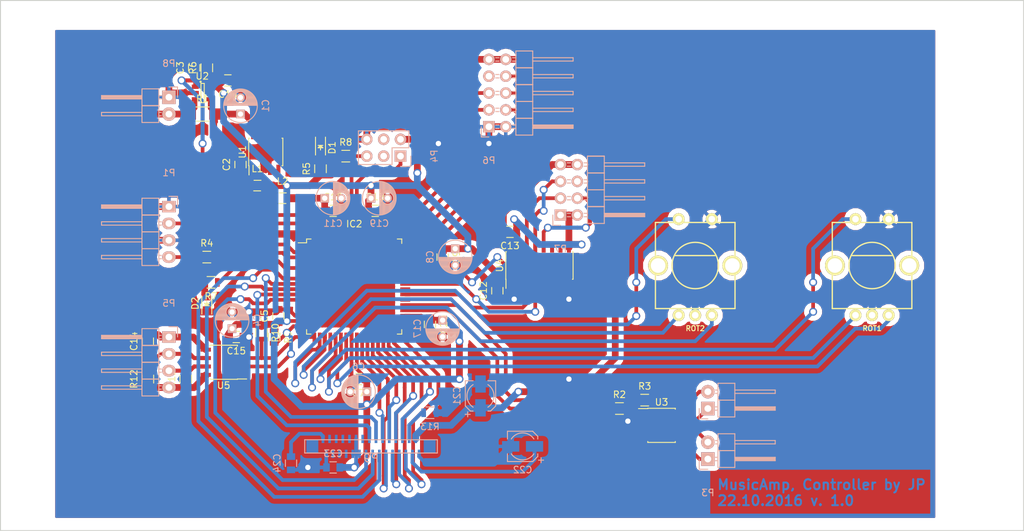
<source format=kicad_pcb>
(kicad_pcb (version 4) (host pcbnew 4.0.2-stable)
  (layers (0 F.Cu signal) (31 B.Cu signal) (34 B.Paste user) (35 F.Paste user) (36 B.SilkS user) (37 F.SilkS user) (38 B.Mask user) (39 F.Mask user) (44 Edge.Cuts user))
  (net 0 "")
  (net 1 VoltageSense)
  (net 2 GND)
  (net 3 "Net-(C2-Pad1)")
  (net 4 CurrentSense)
  (net 5 +3V3)
  (net 6 "Net-(C10-Pad1)")
  (net 7 GNDD)
  (net 8 +5VD)
  (net 9 "Net-(D1-Pad2)")
  (net 10 "Net-(D2-Pad2)")
  (net 11 PDI_Data)
  (net 12 PDI_Clk)
  (net 13 "Net-(P1-Pad4)")
  (net 14 "Net-(P2-Pad1)")
  (net 15 "Net-(P2-Pad2)")
  (net 16 "Net-(P3-Pad1)")
  (net 17 "Net-(P3-Pad2)")
  (net 18 "Net-(P5-Pad2)")
  (net 19 "Net-(P5-Pad3)")
  (net 20 VDD)
  (net 21 /Vol_CS)
  (net 22 /Vol_SCLK)
  (net 23 /Vol_SDI)
  (net 24 "Net-(R2-Pad2)")
  (net 25 "Net-(R3-Pad2)")
  (net 26 SDA)
  (net 27 SCL)
  (net 28 Switch_Power)
  (net 29 LED_Power)
  (net 30 Select-In3)
  (net 31 Select-TapeLoop)
  (net 32 Select-In2)
  (net 33 Select-InTape)
  (net 34 Select-In1)
  (net 35 Mute)
  (net 36 MuteS)
  (net 37 LED)
  (net 38 ENC1_Switch)
  (net 39 ENC1_A)
  (net 40 ENC1_B)
  (net 41 ENC2_Switch)
  (net 42 ENC2_A)
  (net 43 ENC2_B)
  (net 44 VolCtrlSelect)
  (net 45 MOSI)
  (net 46 SCK)
  (net 47 "Net-(C22-Pad1)")
  (net 48 "Net-(P9-Pad4)")
  (net 49 "Net-(C24-Pad1)")
  (net 50 OLED-E/RD#)
  (net 51 OLED-R/W#)
  (net 52 OLED-D/C#)
  (net 53 OLED-RES#)
  (net 54 OLED-CS#)
  (net 55 OLED-D0)
  (net 56 OLED-D1)
  (net 57 OLED-D2)
  (net 58 OLED-D3)
  (net 59 OLED-D4)
  (net 60 OLED-D5)
  (net 61 OLED-D6)
  (net 62 OLED-D7)
  (net 63 /CR_VDD)
  (net 64 /CR_GND)
  (module Housings_SOIC:SOIC-16_3.9x9.9mm_Pitch1.27mm (layer F.Cu) (at 114.935 80.01 90)
    (fp_text reference U4 (at 0 -6 90) (layer F.SilkS))
    (fp_text value ISO7241)
    (pad 1 smd rect (at -2.7 -4.445 90) (size 1.5 0.6) (layers F.Cu F.Paste F.Mask) (net 5 +3V3))
    (pad 2 smd rect (at -2.7 -3.175 90) (size 1.5 0.6) (layers F.Cu F.Paste F.Mask) (net 2 GND))
    (pad 3 smd rect (at -2.7 -1.905 90) (size 1.5 0.6) (layers F.Cu F.Paste F.Mask) (net 44 VolCtrlSelect))
    (pad 4 smd rect (at -2.7 -0.635 90) (size 1.5 0.6) (layers F.Cu F.Paste F.Mask) (net 45 MOSI))
    (pad 5 smd rect (at -2.7 0.635 90) (size 1.5 0.6) (layers F.Cu F.Paste F.Mask) (net 46 SCK))
    (pad 6 smd rect (at -2.7 1.905 90) (size 1.5 0.6) (layers F.Cu F.Paste F.Mask))
    (pad 7 smd rect (at -2.7 3.175 90) (size 1.5 0.6) (layers F.Cu F.Paste F.Mask))
    (pad 8 smd rect (at -2.7 4.445 90) (size 1.5 0.6) (layers F.Cu F.Paste F.Mask) (net 2 GND))
    (pad 9 smd rect (at 2.7 4.445 90) (size 1.5 0.6) (layers F.Cu F.Paste F.Mask) (net 7 GNDD))
    (pad 10 smd rect (at 2.7 3.175 90) (size 1.5 0.6) (layers F.Cu F.Paste F.Mask))
    (pad 11 smd rect (at 2.7 1.905 90) (size 1.5 0.6) (layers F.Cu F.Paste F.Mask))
    (pad 12 smd rect (at 2.7 0.635 90) (size 1.5 0.6) (layers F.Cu F.Paste F.Mask) (net 22 /Vol_SCLK))
    (pad 13 smd rect (at 2.7 -0.635 90) (size 1.5 0.6) (layers F.Cu F.Paste F.Mask) (net 23 /Vol_SDI))
    (pad 14 smd rect (at 2.7 -1.905 90) (size 1.5 0.6) (layers F.Cu F.Paste F.Mask) (net 21 /Vol_CS))
    (pad 15 smd rect (at 2.7 -3.175 90) (size 1.5 0.6) (layers F.Cu F.Paste F.Mask) (net 7 GNDD))
    (pad 16 smd rect (at 2.7 -4.445 90) (size 1.5 0.6) (layers F.Cu F.Paste F.Mask) (net 8 +5VD))
  )
  (module LEDs:LED_0805 (layer F.Cu) (at 81.915 62.23 270)
    (fp_text reference D1 (at 0 -1.75 270) (layer F.SilkS))
    (fp_text value LED)
    (pad 2 smd rect (at 1.04902 0 90) (size 1.19888 1.19888) (layers F.Cu F.Paste F.Mask) (net 9 "Net-(D1-Pad2)"))
    (pad 1 smd rect (at -1.04902 0 90) (size 1.19888 1.19888) (layers F.Cu F.Paste F.Mask) (net 2 GND))
  )
  (module LEDs:LED_0805 (layer F.Cu) (at 64.77 85.725 90)
    (fp_text reference D2 (at 0 -1.75 90) (layer F.SilkS))
    (fp_text value LED)
    (pad 2 smd rect (at 1.04902 0 270) (size 1.19888 1.19888) (layers F.Cu F.Paste F.Mask) (net 10 "Net-(D2-Pad2)"))
    (pad 1 smd rect (at -1.04902 0 270) (size 1.19888 1.19888) (layers F.Cu F.Paste F.Mask) (net 2 GND))
  )
  (module Pin_Headers:Pin_Header_Angled_1x04 (layer B.Cu) (at 59.055 71.12 180)
    (fp_text reference P1 (at 0 5.1 180) (layer B.SilkS) (effects (justify mirror)))
    (fp_text value PowerControl)
    (pad 1 thru_hole rect (at 0 0 180) (size 2.032 1.7272) (drill 1.016) (layers *.Cu *.Mask B.SilkS) (net 2 GND))
    (pad 2 thru_hole oval (at 0 -2.54 180) (size 2.032 1.7272) (drill 1.016) (layers *.Cu *.Mask B.SilkS) (net 28 Switch_Power))
    (pad 3 thru_hole oval (at 0 -5.08 180) (size 2.032 1.7272) (drill 1.016) (layers *.Cu *.Mask B.SilkS) (net 2 GND))
    (pad 4 thru_hole oval (at 0 -7.62 180) (size 2.032 1.7272) (drill 1.016) (layers *.Cu *.Mask B.SilkS) (net 13 "Net-(P1-Pad4)"))
  )
  (module Pin_Headers:Pin_Header_Angled_1x02 (layer B.Cu) (at 140.335 101.6)
    (fp_text reference P2 (at 0 5.1) (layer B.SilkS) (effects (justify mirror)))
    (fp_text value PowerAmpMute)
    (pad 1 thru_hole rect (at 0 0) (size 2.032 2.032) (drill 1.016) (layers *.Cu *.Mask B.SilkS) (net 14 "Net-(P2-Pad1)"))
    (pad 2 thru_hole oval (at 0 -2.54) (size 2.032 2.032) (drill 1.016) (layers *.Cu *.Mask B.SilkS) (net 15 "Net-(P2-Pad2)"))
  )
  (module Pin_Headers:Pin_Header_Angled_1x02 (layer B.Cu) (at 140.335 109.22)
    (fp_text reference P3 (at 0 5.1) (layer B.SilkS) (effects (justify mirror)))
    (fp_text value SPowerAmpMute)
    (pad 1 thru_hole rect (at 0 0) (size 2.032 2.032) (drill 1.016) (layers *.Cu *.Mask B.SilkS) (net 16 "Net-(P3-Pad1)"))
    (pad 2 thru_hole oval (at 0 -2.54) (size 2.032 2.032) (drill 1.016) (layers *.Cu *.Mask B.SilkS) (net 17 "Net-(P3-Pad2)"))
  )
  (module Pin_Headers:Pin_Header_Straight_2x03 (layer B.Cu) (at 93.98 63.5 90)
    (fp_text reference P4 (at 0 5.1 90) (layer B.SilkS) (effects (justify mirror)))
    (fp_text value PDI)
    (pad 1 thru_hole rect (at 0 0 90) (size 1.7272 1.7272) (drill 1.016) (layers *.Cu *.Mask B.SilkS) (net 11 PDI_Data))
    (pad 2 thru_hole oval (at 2.54 0 90) (size 1.7272 1.7272) (drill 1.016) (layers *.Cu *.Mask B.SilkS) (net 5 +3V3))
    (pad 3 thru_hole oval (at 0 -2.54 90) (size 1.7272 1.7272) (drill 1.016) (layers *.Cu *.Mask B.SilkS))
    (pad 4 thru_hole oval (at 2.54 -2.54 90) (size 1.7272 1.7272) (drill 1.016) (layers *.Cu *.Mask B.SilkS))
    (pad 5 thru_hole oval (at 0 -5.08 90) (size 1.7272 1.7272) (drill 1.016) (layers *.Cu *.Mask B.SilkS) (net 12 PDI_Clk))
    (pad 6 thru_hole oval (at 2.54 -5.08 90) (size 1.7272 1.7272) (drill 1.016) (layers *.Cu *.Mask B.SilkS) (net 2 GND))
  )
  (module Pin_Headers:Pin_Header_Angled_1x04 (layer B.Cu) (at 59.055 90.805 180)
    (fp_text reference P5 (at 0 5.1 180) (layer B.SilkS) (effects (justify mirror)))
    (fp_text value CurrentSense)
    (pad 1 thru_hole rect (at 0 0 180) (size 2.032 1.7272) (drill 1.016) (layers *.Cu *.Mask B.SilkS) (net 64 /CR_GND))
    (pad 2 thru_hole oval (at 0 -2.54 180) (size 2.032 1.7272) (drill 1.016) (layers *.Cu *.Mask B.SilkS) (net 18 "Net-(P5-Pad2)"))
    (pad 3 thru_hole oval (at 0 -5.08 180) (size 2.032 1.7272) (drill 1.016) (layers *.Cu *.Mask B.SilkS) (net 19 "Net-(P5-Pad3)"))
    (pad 4 thru_hole oval (at 0 -7.62 180) (size 2.032 1.7272) (drill 1.016) (layers *.Cu *.Mask B.SilkS) (net 63 /CR_VDD))
  )
  (module Pin_Headers:Pin_Header_Angled_2x05 (layer B.Cu) (at 107.315 59.055)
    (fp_text reference P6 (at 0 5.1) (layer B.SilkS) (effects (justify mirror)))
    (fp_text value InputSelect)
    (pad 1 thru_hole rect (at 0 0) (size 1.7272 1.7272) (drill 1.016) (layers *.Cu *.Mask B.SilkS) (net 2 GND))
    (pad 2 thru_hole oval (at 2.54 0) (size 1.7272 1.7272) (drill 1.016) (layers *.Cu *.Mask B.SilkS) (net 2 GND))
    (pad 3 thru_hole oval (at 0 -2.54) (size 1.7272 1.7272) (drill 1.016) (layers *.Cu *.Mask B.SilkS) (net 31 Select-TapeLoop))
    (pad 4 thru_hole oval (at 2.54 -2.54) (size 1.7272 1.7272) (drill 1.016) (layers *.Cu *.Mask B.SilkS) (net 30 Select-In3))
    (pad 5 thru_hole oval (at 0 -5.08) (size 1.7272 1.7272) (drill 1.016) (layers *.Cu *.Mask B.SilkS) (net 33 Select-InTape))
    (pad 6 thru_hole oval (at 2.54 -5.08) (size 1.7272 1.7272) (drill 1.016) (layers *.Cu *.Mask B.SilkS) (net 32 Select-In2))
    (pad 7 thru_hole oval (at 0 -7.62) (size 1.7272 1.7272) (drill 1.016) (layers *.Cu *.Mask B.SilkS))
    (pad 8 thru_hole oval (at 2.54 -7.62) (size 1.7272 1.7272) (drill 1.016) (layers *.Cu *.Mask B.SilkS) (net 34 Select-In1))
    (pad 9 thru_hole oval (at 0 -10.16) (size 1.7272 1.7272) (drill 1.016) (layers *.Cu *.Mask B.SilkS) (net 20 VDD))
    (pad 10 thru_hole oval (at 2.54 -10.16) (size 1.7272 1.7272) (drill 1.016) (layers *.Cu *.Mask B.SilkS) (net 20 VDD))
  )
  (module Pin_Headers:Pin_Header_Angled_2x04 (layer B.Cu) (at 118.11 72.39)
    (fp_text reference P7 (at 0 5.1) (layer B.SilkS) (effects (justify mirror)))
    (fp_text value VolumeCtrl)
    (pad 1 thru_hole rect (at 0 0) (size 1.7272 1.7272) (drill 1.016) (layers *.Cu *.Mask B.SilkS) (net 7 GNDD))
    (pad 2 thru_hole oval (at 2.54 0) (size 1.7272 1.7272) (drill 1.016) (layers *.Cu *.Mask B.SilkS) (net 7 GNDD))
    (pad 3 thru_hole oval (at 0 -2.54) (size 1.7272 1.7272) (drill 1.016) (layers *.Cu *.Mask B.SilkS) (net 21 /Vol_CS))
    (pad 4 thru_hole oval (at 2.54 -2.54) (size 1.7272 1.7272) (drill 1.016) (layers *.Cu *.Mask B.SilkS) (net 22 /Vol_SCLK))
    (pad 5 thru_hole oval (at 0 -5.08) (size 1.7272 1.7272) (drill 1.016) (layers *.Cu *.Mask B.SilkS) (net 23 /Vol_SDI))
    (pad 6 thru_hole oval (at 2.54 -5.08) (size 1.7272 1.7272) (drill 1.016) (layers *.Cu *.Mask B.SilkS))
    (pad 7 thru_hole oval (at 0 -7.62) (size 1.7272 1.7272) (drill 1.016) (layers *.Cu *.Mask B.SilkS) (net 8 +5VD))
    (pad 8 thru_hole oval (at 2.54 -7.62) (size 1.7272 1.7272) (drill 1.016) (layers *.Cu *.Mask B.SilkS) (net 8 +5VD))
  )
  (module Resistors_SMD:R_1206_HandSoldering (layer F.Cu) (at 64.135 57.15)
    (fp_text reference R1 (at 0 -2.3) (layer F.SilkS))
    (fp_text value 1)
    (pad 1 smd rect (at -2 0) (size 2 1.7) (layers F.Cu F.Paste F.Mask) (net 20 VDD))
    (pad 2 smd rect (at 2 0) (size 2 1.7) (layers F.Cu F.Paste F.Mask) (net 1 VoltageSense))
  )
  (module sparkfun:SF-ROTARY-ENCODER (layer F.Cu) (at 165.1 80.01)
    (fp_text reference ROT1 (at 0 9.5) (layer F.SilkS) (effects (font (size 0.762 0.762) (thickness 0.1524))))
    (fp_text value ROTARY-ENCODER hide)
    (pad 1 thru_hole circle (at -2.5 -7) (size 1.8 1.8) (drill 1) (layers *.Cu *.Mask F.SilkS) (net 38 ENC1_Switch))
    (pad 2 thru_hole circle (at -2.5 7.5) (size 1.8 1.8) (drill 1) (layers *.Cu *.Mask F.SilkS) (net 39 ENC1_A))
    (pad 3 thru_hole circle (at 0 7.5) (size 1.8 1.8) (drill 1) (layers *.Cu *.Mask F.SilkS) (net 2 GND))
    (pad 4 thru_hole circle (at 2.5 7.5) (size 1.8 1.8) (drill 1) (layers *.Cu *.Mask F.SilkS) (net 40 ENC1_B))
    (pad 5 thru_hole circle (at 2.5 -7) (size 1.8 1.8) (drill 1) (layers *.Cu *.Mask F.SilkS) (net 2 GND))
    (pad "" thru_hole circle (at 5.6 0) (size 3 3) (drill 2.2) (layers *.Cu *.Mask F.SilkS))
    (pad "" thru_hole circle (at -5.6 0) (size 3 3) (drill 2.2) (layers *.Cu *.Mask F.SilkS))
  )
  (module sparkfun:SF-ROTARY-ENCODER (layer F.Cu) (at 138.43 80.01)
    (fp_text reference ROT2 (at 0 9.5) (layer F.SilkS) (effects (font (size 0.762 0.762) (thickness 0.1524))))
    (fp_text value ROTARY-ENCODER hide)
    (pad 1 thru_hole circle (at -2.5 -7) (size 1.8 1.8) (drill 1) (layers *.Cu *.Mask F.SilkS) (net 41 ENC2_Switch))
    (pad 2 thru_hole circle (at -2.5 7.5) (size 1.8 1.8) (drill 1) (layers *.Cu *.Mask F.SilkS) (net 42 ENC2_A))
    (pad 3 thru_hole circle (at 0 7.5) (size 1.8 1.8) (drill 1) (layers *.Cu *.Mask F.SilkS) (net 2 GND))
    (pad 4 thru_hole circle (at 2.5 7.5) (size 1.8 1.8) (drill 1) (layers *.Cu *.Mask F.SilkS) (net 43 ENC2_B))
    (pad 5 thru_hole circle (at 2.5 -7) (size 1.8 1.8) (drill 1) (layers *.Cu *.Mask F.SilkS) (net 2 GND))
    (pad "" thru_hole circle (at 5.6 0) (size 3 3) (drill 2.2) (layers *.Cu *.Mask F.SilkS))
    (pad "" thru_hole circle (at -5.6 0) (size 3 3) (drill 2.2) (layers *.Cu *.Mask F.SilkS))
  )
  (module TO_SOT_Packages_SMD:SOT-23-5 (layer F.Cu) (at 64.135 53.975)
    (fp_text reference U2 (at -0.05 -2.55) (layer F.SilkS))
    (fp_text value INA169)
    (pad 1 smd rect (at -1.1 -0.95) (size 1.06 0.65) (layers F.Cu F.Paste F.Mask) (net 4 CurrentSense))
    (pad 2 smd rect (at -1.1 0) (size 1.06 0.65) (layers F.Cu F.Paste F.Mask) (net 2 GND))
    (pad 3 smd rect (at -1.1 0.95) (size 1.06 0.65) (layers F.Cu F.Paste F.Mask) (net 20 VDD))
    (pad 4 smd rect (at 1.1 0.95) (size 1.06 0.65) (layers F.Cu F.Paste F.Mask) (net 1 VoltageSense))
    (pad 5 smd rect (at 1.1 -0.95) (size 1.06 0.65) (layers F.Cu F.Paste F.Mask) (net 5 +3V3))
  )
  (module Housings_SOIC:SOIC-8_3.9x4.9mm_Pitch1.27mm (layer F.Cu) (at 133.35 104.14)
    (fp_text reference U3 (at 0 -3.5) (layer F.SilkS))
    (fp_text value LTV-827)
    (pad 1 smd rect (at -2.7 -1.905) (size 1.55 0.6) (layers F.Cu F.Paste F.Mask) (net 24 "Net-(R2-Pad2)"))
    (pad 2 smd rect (at -2.7 -0.635) (size 1.55 0.6) (layers F.Cu F.Paste F.Mask) (net 2 GND))
    (pad 3 smd rect (at -2.7 0.635) (size 1.55 0.6) (layers F.Cu F.Paste F.Mask) (net 25 "Net-(R3-Pad2)"))
    (pad 4 smd rect (at -2.7 1.905) (size 1.55 0.6) (layers F.Cu F.Paste F.Mask) (net 2 GND))
    (pad 5 smd rect (at 2.7 1.905) (size 1.55 0.6) (layers F.Cu F.Paste F.Mask) (net 16 "Net-(P3-Pad1)"))
    (pad 6 smd rect (at 2.7 0.635) (size 1.55 0.6) (layers F.Cu F.Paste F.Mask) (net 17 "Net-(P3-Pad2)"))
    (pad 7 smd rect (at 2.7 -0.635) (size 1.55 0.6) (layers F.Cu F.Paste F.Mask) (net 14 "Net-(P2-Pad1)"))
    (pad 8 smd rect (at 2.7 -1.905) (size 1.55 0.6) (layers F.Cu F.Paste F.Mask) (net 15 "Net-(P2-Pad2)"))
  )
  (module Housings_SOIC:SOIC-8_3.9x4.9mm_Pitch1.27mm (layer F.Cu) (at 67.31 94.615 180)
    (fp_text reference U5 (at 0 -3.5 180) (layer F.SilkS))
    (fp_text value ISO1541)
    (pad 1 smd rect (at -2.7 -1.905 180) (size 1.55 0.6) (layers F.Cu F.Paste F.Mask) (net 5 +3V3))
    (pad 2 smd rect (at -2.7 -0.635 180) (size 1.55 0.6) (layers F.Cu F.Paste F.Mask) (net 26 SDA))
    (pad 3 smd rect (at -2.7 0.635 180) (size 1.55 0.6) (layers F.Cu F.Paste F.Mask) (net 27 SCL))
    (pad 4 smd rect (at -2.7 1.905 180) (size 1.55 0.6) (layers F.Cu F.Paste F.Mask) (net 2 GND))
    (pad 5 smd rect (at 2.7 1.905 180) (size 1.55 0.6) (layers F.Cu F.Paste F.Mask) (net 64 /CR_GND))
    (pad 6 smd rect (at 2.7 0.635 180) (size 1.55 0.6) (layers F.Cu F.Paste F.Mask) (net 18 "Net-(P5-Pad2)"))
    (pad 7 smd rect (at 2.7 -0.635 180) (size 1.55 0.6) (layers F.Cu F.Paste F.Mask) (net 19 "Net-(P5-Pad3)"))
    (pad 8 smd rect (at 2.7 -1.905 180) (size 1.55 0.6) (layers F.Cu F.Paste F.Mask) (net 63 /CR_VDD))
  )
  (module Capacitors_ThroughHole:C_Radial_D5_L6_P2.5 (layer B.Cu) (at 88.9 99.06 180)
    (fp_text reference C6 (at 1.25 3.8 180) (layer B.SilkS) (effects (justify mirror)))
    (fp_text value 10u)
    (pad 1 thru_hole rect (at 0 0 180) (size 1.3 1.3) (drill 0.8) (layers *.Cu *.Mask B.SilkS) (net 5 +3V3))
    (pad 2 thru_hole circle (at 2.5 0 180) (size 1.3 1.3) (drill 0.8) (layers *.Cu *.Mask B.SilkS) (net 2 GND))
  )
  (module Capacitors_ThroughHole:C_Radial_D5_L6_P2.5 (layer B.Cu) (at 102.235 77.47 270)
    (fp_text reference C8 (at 1.25 3.8 270) (layer B.SilkS) (effects (justify mirror)))
    (fp_text value 10u)
    (pad 1 thru_hole rect (at 0 0 270) (size 1.3 1.3) (drill 0.8) (layers *.Cu *.Mask B.SilkS) (net 5 +3V3))
    (pad 2 thru_hole circle (at 2.5 0 270) (size 1.3 1.3) (drill 0.8) (layers *.Cu *.Mask B.SilkS) (net 2 GND))
  )
  (module Choke_SMD:Choke_SMD_1206_Standard (layer F.Cu) (at 72.39 67.945)
    (fp_text reference L1 (at 0 -2.54) (layer F.SilkS))
    (fp_text value 10u)
    (pad 1 smd rect (at -1.80086 0) (size 1.6002 1.19888) (layers F.Cu F.Paste F.Mask) (net 3 "Net-(C2-Pad1)"))
    (pad 2 smd rect (at 1.80086 0) (size 1.6002 1.19888) (layers F.Cu F.Paste F.Mask) (net 5 +3V3))
  )
  (module Choke_SMD:Choke_SMD_1206_Standard (layer F.Cu) (at 76.2 69.85)
    (fp_text reference L2 (at 0 -2.54) (layer F.SilkS))
    (fp_text value L_Small)
    (pad 1 smd rect (at -1.80086 0) (size 1.6002 1.19888) (layers F.Cu F.Paste F.Mask) (net 5 +3V3))
    (pad 2 smd rect (at 1.80086 0) (size 1.6002 1.19888) (layers F.Cu F.Paste F.Mask) (net 6 "Net-(C10-Pad1)"))
  )
  (module Capacitors_ThroughHole:C_Radial_D5_L6_P2.5 (layer B.Cu) (at 69.85 57.15 90)
    (fp_text reference C1 (at 1.25 3.8 90) (layer B.SilkS) (effects (justify mirror)))
    (fp_text value 100u)
    (pad 1 thru_hole rect (at 0 0 90) (size 1.3 1.3) (drill 0.8) (layers *.Cu *.Mask B.SilkS) (net 1 VoltageSense))
    (pad 2 thru_hole circle (at 2.5 0 90) (size 1.3 1.3) (drill 0.8) (layers *.Cu *.Mask B.SilkS) (net 2 GND))
  )
  (module Housings_SOIC:SOIC-8_3.9x4.9mm_Pitch1.27mm (layer F.Cu) (at 73.66 62.865 90)
    (fp_text reference U1 (at 0 -3.5 90) (layer F.SilkS))
    (fp_text value L78L33ACU)
    (pad 1 smd rect (at -2.7 -1.905 90) (size 1.55 0.6) (layers F.Cu F.Paste F.Mask) (net 3 "Net-(C2-Pad1)"))
    (pad 2 smd rect (at -2.7 -0.635 90) (size 1.55 0.6) (layers F.Cu F.Paste F.Mask) (net 2 GND))
    (pad 3 smd rect (at -2.7 0.635 90) (size 1.55 0.6) (layers F.Cu F.Paste F.Mask) (net 2 GND))
    (pad 4 smd rect (at -2.7 1.905 90) (size 1.55 0.6) (layers F.Cu F.Paste F.Mask))
    (pad 5 smd rect (at 2.7 1.905 90) (size 1.55 0.6) (layers F.Cu F.Paste F.Mask))
    (pad 6 smd rect (at 2.7 0.635 90) (size 1.55 0.6) (layers F.Cu F.Paste F.Mask) (net 2 GND))
    (pad 7 smd rect (at 2.7 -0.635 90) (size 1.55 0.6) (layers F.Cu F.Paste F.Mask) (net 2 GND))
    (pad 8 smd rect (at 2.7 -1.905 90) (size 1.55 0.6) (layers F.Cu F.Paste F.Mask) (net 1 VoltageSense))
  )
  (module Pin_Headers:Pin_Header_Angled_1x02 (layer B.Cu) (at 59.055 54.61 180)
    (fp_text reference P8 (at 0 5.1 180) (layer B.SilkS) (effects (justify mirror)))
    (fp_text value Power)
    (pad 1 thru_hole rect (at 0 0 180) (size 2.032 2.032) (drill 1.016) (layers *.Cu *.Mask B.SilkS) (net 2 GND))
    (pad 2 thru_hole oval (at 0 -2.54 180) (size 2.032 2.032) (drill 1.016) (layers *.Cu *.Mask B.SilkS) (net 20 VDD))
  )
  (module Resistors_SMD:R_0805 (layer F.Cu) (at 81.915 65.405 90)
    (fp_text reference R5 (at 0 -2.1 90) (layer F.SilkS))
    (fp_text value 1k)
    (pad 1 smd rect (at -0.95 0 90) (size 0.7 1.3) (layers F.Cu F.Paste F.Mask) (net 5 +3V3))
    (pad 2 smd rect (at 0.95 0 90) (size 0.7 1.3) (layers F.Cu F.Paste F.Mask) (net 9 "Net-(D1-Pad2)"))
  )
  (module Capacitors_ThroughHole:C_Radial_D5_L6_P2.5 (layer B.Cu) (at 82.55 69.85)
    (fp_text reference C11 (at 1.25 3.8) (layer B.SilkS) (effects (justify mirror)))
    (fp_text value 10u)
    (pad 1 thru_hole rect (at 0 0) (size 1.3 1.3) (drill 0.8) (layers *.Cu *.Mask B.SilkS) (net 6 "Net-(C10-Pad1)"))
    (pad 2 thru_hole circle (at 2.5 0) (size 1.3 1.3) (drill 0.8) (layers *.Cu *.Mask B.SilkS) (net 2 GND))
  )
  (module Capacitors_SMD:C_0805 (layer F.Cu) (at 62.865 50.165 90)
    (fp_text reference C3 (at 0 -2.1 90) (layer F.SilkS))
    (fp_text value 100n)
    (pad 1 smd rect (at -1 0 90) (size 1 1.25) (layers F.Cu F.Paste F.Mask) (net 4 CurrentSense))
    (pad 2 smd rect (at 1 0 90) (size 1 1.25) (layers F.Cu F.Paste F.Mask) (net 2 GND))
  )
  (module Resistors_SMD:R_0805 (layer F.Cu) (at 64.77 50.165 90)
    (fp_text reference R6 (at 0 -2.1 90) (layer F.SilkS))
    (fp_text value 1k)
    (pad 1 smd rect (at -0.95 0 90) (size 0.7 1.3) (layers F.Cu F.Paste F.Mask) (net 4 CurrentSense))
    (pad 2 smd rect (at 0.95 0 90) (size 0.7 1.3) (layers F.Cu F.Paste F.Mask) (net 2 GND))
  )
  (module Capacitors_ThroughHole:C_Radial_D5_L6_P2.5 (layer B.Cu) (at 68.58 89.535 90)
    (fp_text reference C4 (at 1.25 3.8 90) (layer B.SilkS) (effects (justify mirror)))
    (fp_text value 10u)
    (pad 1 thru_hole rect (at 0 0 90) (size 1.3 1.3) (drill 0.8) (layers *.Cu *.Mask B.SilkS) (net 5 +3V3))
    (pad 2 thru_hole circle (at 2.5 0 90) (size 1.3 1.3) (drill 0.8) (layers *.Cu *.Mask B.SilkS) (net 2 GND))
  )
  (module Capacitors_SMD:C_0805 (layer F.Cu) (at 75.565 87.63 90)
    (fp_text reference C5 (at 0 -2.1 90) (layer F.SilkS))
    (fp_text value 100n)
    (pad 1 smd rect (at -1 0 90) (size 1 1.25) (layers F.Cu F.Paste F.Mask) (net 5 +3V3))
    (pad 2 smd rect (at 1 0 90) (size 1 1.25) (layers F.Cu F.Paste F.Mask) (net 2 GND))
  )
  (module Capacitors_SMD:C_0805 (layer F.Cu) (at 87.63 97.155 180)
    (fp_text reference C7 (at 0 -2.1 180) (layer F.SilkS))
    (fp_text value 100n)
    (pad 1 smd rect (at -1 0 180) (size 1 1.25) (layers F.Cu F.Paste F.Mask) (net 5 +3V3))
    (pad 2 smd rect (at 1 0 180) (size 1 1.25) (layers F.Cu F.Paste F.Mask) (net 2 GND))
  )
  (module Capacitors_SMD:C_0805 (layer F.Cu) (at 100.33 78.74 270)
    (fp_text reference C9 (at 0 -2.1 270) (layer F.SilkS))
    (fp_text value 100n)
    (pad 1 smd rect (at -1 0 270) (size 1 1.25) (layers F.Cu F.Paste F.Mask) (net 5 +3V3))
    (pad 2 smd rect (at 1 0 270) (size 1 1.25) (layers F.Cu F.Paste F.Mask) (net 2 GND))
  )
  (module Capacitors_SMD:C_0805 (layer F.Cu) (at 83.82 71.755)
    (fp_text reference C10 (at 0 -2.1) (layer F.SilkS))
    (fp_text value 100n)
    (pad 1 smd rect (at -1 0) (size 1 1.25) (layers F.Cu F.Paste F.Mask) (net 6 "Net-(C10-Pad1)"))
    (pad 2 smd rect (at 1 0) (size 1 1.25) (layers F.Cu F.Paste F.Mask) (net 2 GND))
  )
  (module Capacitors_SMD:C_0805 (layer F.Cu) (at 69.85 64.77 90)
    (fp_text reference C2 (at 0 -2.1 90) (layer F.SilkS))
    (fp_text value 100n)
    (pad 1 smd rect (at -1 0 90) (size 1 1.25) (layers F.Cu F.Paste F.Mask) (net 3 "Net-(C2-Pad1)"))
    (pad 2 smd rect (at 1 0 90) (size 1 1.25) (layers F.Cu F.Paste F.Mask) (net 2 GND))
  )
  (module Capacitors_SMD:C_0805 (layer F.Cu) (at 108.585 83.82 90)
    (fp_text reference C12 (at 0 -2.1 90) (layer F.SilkS))
    (fp_text value 100n)
    (pad 1 smd rect (at -1 0 90) (size 1 1.25) (layers F.Cu F.Paste F.Mask) (net 2 GND))
    (pad 2 smd rect (at 1 0 90) (size 1 1.25) (layers F.Cu F.Paste F.Mask) (net 5 +3V3))
  )
  (module Capacitors_SMD:C_0805 (layer F.Cu) (at 110.49 74.93 180)
    (fp_text reference C13 (at 0 -2.1 180) (layer F.SilkS))
    (fp_text value 100n)
    (pad 1 smd rect (at -1 0 180) (size 1 1.25) (layers F.Cu F.Paste F.Mask) (net 7 GNDD))
    (pad 2 smd rect (at 1 0 180) (size 1 1.25) (layers F.Cu F.Paste F.Mask) (net 8 +5VD))
  )
  (module Capacitors_SMD:C_0805 (layer F.Cu) (at 55.88 91.44 90)
    (fp_text reference C14 (at 0 -2.1 90) (layer F.SilkS))
    (fp_text value 100n)
    (pad 1 smd rect (at -1 0 90) (size 1 1.25) (layers F.Cu F.Paste F.Mask) (net 63 /CR_VDD))
    (pad 2 smd rect (at 1 0 90) (size 1 1.25) (layers F.Cu F.Paste F.Mask) (net 64 /CR_GND))
  )
  (module Capacitors_SMD:C_0805 (layer F.Cu) (at 69.215 90.805 180)
    (fp_text reference C15 (at 0 -2.1 180) (layer F.SilkS))
    (fp_text value 100n)
    (pad 1 smd rect (at -1 0 180) (size 1 1.25) (layers F.Cu F.Paste F.Mask) (net 2 GND))
    (pad 2 smd rect (at 1 0 180) (size 1 1.25) (layers F.Cu F.Paste F.Mask) (net 5 +3V3))
  )
  (module Capacitors_SMD:C_0805 (layer F.Cu) (at 67.945 52.07 180)
    (fp_text reference C16 (at 0 -2.1 180) (layer F.SilkS))
    (fp_text value 100n)
    (pad 1 smd rect (at -1 0 180) (size 1 1.25) (layers F.Cu F.Paste F.Mask) (net 2 GND))
    (pad 2 smd rect (at 1 0 180) (size 1 1.25) (layers F.Cu F.Paste F.Mask) (net 5 +3V3))
  )
  (module Resistors_SMD:R_0805 (layer F.Cu) (at 127 101.6)
    (fp_text reference R2 (at 0 -2.1) (layer F.SilkS))
    (fp_text value 420)
    (pad 1 smd rect (at -0.95 0) (size 0.7 1.3) (layers F.Cu F.Paste F.Mask) (net 35 Mute))
    (pad 2 smd rect (at 0.95 0) (size 0.7 1.3) (layers F.Cu F.Paste F.Mask) (net 24 "Net-(R2-Pad2)"))
  )
  (module Resistors_SMD:R_0805 (layer F.Cu) (at 130.81 100.33)
    (fp_text reference R3 (at 0 -2.1) (layer F.SilkS))
    (fp_text value 420)
    (pad 1 smd rect (at -0.95 0) (size 0.7 1.3) (layers F.Cu F.Paste F.Mask) (net 36 MuteS))
    (pad 2 smd rect (at 0.95 0) (size 0.7 1.3) (layers F.Cu F.Paste F.Mask) (net 25 "Net-(R3-Pad2)"))
  )
  (module Resistors_SMD:R_0805 (layer F.Cu) (at 64.77 78.74)
    (fp_text reference R4 (at 0 -2.1) (layer F.SilkS))
    (fp_text value 1k)
    (pad 1 smd rect (at -0.95 0) (size 0.7 1.3) (layers F.Cu F.Paste F.Mask) (net 13 "Net-(P1-Pad4)"))
    (pad 2 smd rect (at 0.95 0) (size 0.7 1.3) (layers F.Cu F.Paste F.Mask) (net 29 LED_Power))
  )
  (module Resistors_SMD:R_0805 (layer F.Cu) (at 65.405 82.55 180)
    (fp_text reference R7 (at 0 -2.1 180) (layer F.SilkS))
    (fp_text value 1k)
    (pad 1 smd rect (at -0.95 0 180) (size 0.7 1.3) (layers F.Cu F.Paste F.Mask) (net 37 LED))
    (pad 2 smd rect (at 0.95 0 180) (size 0.7 1.3) (layers F.Cu F.Paste F.Mask) (net 10 "Net-(D2-Pad2)"))
  )
  (module Resistors_SMD:R_0805 (layer F.Cu) (at 85.725 63.5)
    (fp_text reference R8 (at 0 -2.1) (layer F.SilkS))
    (fp_text value 10k)
    (pad 1 smd rect (at -0.95 0) (size 0.7 1.3) (layers F.Cu F.Paste F.Mask) (net 5 +3V3))
    (pad 2 smd rect (at 0.95 0) (size 0.7 1.3) (layers F.Cu F.Paste F.Mask) (net 12 PDI_Clk))
  )
  (module Resistors_SMD:R_0805 (layer F.Cu) (at 74.93 90.805 270)
    (fp_text reference R9 (at 0 -2.1 270) (layer F.SilkS))
    (fp_text value 10k)
    (pad 1 smd rect (at -0.95 0 270) (size 0.7 1.3) (layers F.Cu F.Paste F.Mask) (net 5 +3V3))
    (pad 2 smd rect (at 0.95 0 270) (size 0.7 1.3) (layers F.Cu F.Paste F.Mask) (net 26 SDA))
  )
  (module Resistors_SMD:R_0805 (layer F.Cu) (at 73.025 90.17 270)
    (fp_text reference R10 (at 0 -2.1 270) (layer F.SilkS))
    (fp_text value 10k)
    (pad 1 smd rect (at -0.95 0 270) (size 0.7 1.3) (layers F.Cu F.Paste F.Mask) (net 5 +3V3))
    (pad 2 smd rect (at 0.95 0 270) (size 0.7 1.3) (layers F.Cu F.Paste F.Mask) (net 27 SCL))
  )
  (module Resistors_SMD:R_0805 (layer F.Cu) (at 61.595 97.155 90)
    (fp_text reference R11 (at 0 -2.1 90) (layer F.SilkS))
    (fp_text value 10k)
    (pad 1 smd rect (at -0.95 0 90) (size 0.7 1.3) (layers F.Cu F.Paste F.Mask) (net 63 /CR_VDD))
    (pad 2 smd rect (at 0.95 0 90) (size 0.7 1.3) (layers F.Cu F.Paste F.Mask) (net 19 "Net-(P5-Pad3)"))
  )
  (module Resistors_SMD:R_0805 (layer F.Cu) (at 55.88 97.155 90)
    (fp_text reference R12 (at 0 -2.1 90) (layer F.SilkS))
    (fp_text value 10k)
    (pad 1 smd rect (at -0.95 0 90) (size 0.7 1.3) (layers F.Cu F.Paste F.Mask) (net 63 /CR_VDD))
    (pad 2 smd rect (at 0.95 0 90) (size 0.7 1.3) (layers F.Cu F.Paste F.Mask) (net 18 "Net-(P5-Pad2)"))
  )
  (module Capacitors_ThroughHole:C_Radial_D5_L6_P2.5 (layer B.Cu) (at 100.33 88.265 270)
    (fp_text reference C17 (at 1.25 3.8 270) (layer B.SilkS) (effects (justify mirror)))
    (fp_text value 10u)
    (pad 1 thru_hole rect (at 0 0 270) (size 1.3 1.3) (drill 0.8) (layers *.Cu *.Mask B.SilkS) (net 5 +3V3))
    (pad 2 thru_hole circle (at 2.5 0 270) (size 1.3 1.3) (drill 0.8) (layers *.Cu *.Mask B.SilkS) (net 2 GND))
  )
  (module Capacitors_SMD:C_0805 (layer F.Cu) (at 90.17 71.755)
    (fp_text reference C18 (at 0 -2.1) (layer F.SilkS))
    (fp_text value 100n)
    (pad 1 smd rect (at -1 0) (size 1 1.25) (layers F.Cu F.Paste F.Mask) (net 5 +3V3))
    (pad 2 smd rect (at 1 0) (size 1 1.25) (layers F.Cu F.Paste F.Mask) (net 2 GND))
  )
  (module Capacitors_ThroughHole:C_Radial_D5_L6_P2.5 (layer B.Cu) (at 89.535 69.85)
    (fp_text reference C19 (at 1.25 3.8) (layer B.SilkS) (effects (justify mirror)))
    (fp_text value 10u)
    (pad 1 thru_hole rect (at 0 0) (size 1.3 1.3) (drill 0.8) (layers *.Cu *.Mask B.SilkS) (net 5 +3V3))
    (pad 2 thru_hole circle (at 2.5 0) (size 1.3 1.3) (drill 0.8) (layers *.Cu *.Mask B.SilkS) (net 2 GND))
  )
  (module Capacitors_SMD:C_0805 (layer F.Cu) (at 98.425 88.9 270)
    (fp_text reference C20 (at 0 -2.1 270) (layer F.SilkS))
    (fp_text value 100n)
    (pad 1 smd rect (at -1 0 270) (size 1 1.25) (layers F.Cu F.Paste F.Mask) (net 5 +3V3))
    (pad 2 smd rect (at 1 0 270) (size 1 1.25) (layers F.Cu F.Paste F.Mask) (net 2 GND))
  )
  (module Housings_QFP:TQFP-64_14x14mm_Pitch0.8mm (layer F.Cu) (at 86.995 83.185)
    (fp_text reference IC2 (at 0 -9.45) (layer F.SilkS))
    (fp_text value ATXMEGA128A3-A)
    (pad 1 smd rect (at -7.7 -6) (size 1.5 0.55) (layers F.Cu F.Paste F.Mask))
    (pad 2 smd rect (at -7.7 -5.2) (size 1.5 0.55) (layers F.Cu F.Paste F.Mask) (net 28 Switch_Power))
    (pad 3 smd rect (at -7.7 -4.4) (size 1.5 0.55) (layers F.Cu F.Paste F.Mask) (net 29 LED_Power))
    (pad 4 smd rect (at -7.7 -3.6) (size 1.5 0.55) (layers F.Cu F.Paste F.Mask))
    (pad 5 smd rect (at -7.7 -2.8) (size 1.5 0.55) (layers F.Cu F.Paste F.Mask) (net 37 LED))
    (pad 6 smd rect (at -7.7 -2) (size 1.5 0.55) (layers F.Cu F.Paste F.Mask))
    (pad 7 smd rect (at -7.7 -1.2) (size 1.5 0.55) (layers F.Cu F.Paste F.Mask) (net 50 OLED-E/RD#))
    (pad 8 smd rect (at -7.7 -0.4) (size 1.5 0.55) (layers F.Cu F.Paste F.Mask) (net 51 OLED-R/W#))
    (pad 9 smd rect (at -7.7 0.4) (size 1.5 0.55) (layers F.Cu F.Paste F.Mask) (net 52 OLED-D/C#))
    (pad 10 smd rect (at -7.7 1.2) (size 1.5 0.55) (layers F.Cu F.Paste F.Mask) (net 53 OLED-RES#))
    (pad 11 smd rect (at -7.7 2) (size 1.5 0.55) (layers F.Cu F.Paste F.Mask) (net 54 OLED-CS#))
    (pad 12 smd rect (at -7.7 2.8) (size 1.5 0.55) (layers F.Cu F.Paste F.Mask))
    (pad 13 smd rect (at -7.7 3.6) (size 1.5 0.55) (layers F.Cu F.Paste F.Mask))
    (pad 14 smd rect (at -7.7 4.4) (size 1.5 0.55) (layers F.Cu F.Paste F.Mask) (net 2 GND))
    (pad 15 smd rect (at -7.7 5.2) (size 1.5 0.55) (layers F.Cu F.Paste F.Mask) (net 5 +3V3))
    (pad 16 smd rect (at -7.7 6) (size 1.5 0.55) (layers F.Cu F.Paste F.Mask) (net 26 SDA))
    (pad 17 smd rect (at -6 7.7 90) (size 1.5 0.55) (layers F.Cu F.Paste F.Mask) (net 27 SCL))
    (pad 18 smd rect (at -5.2 7.7 90) (size 1.5 0.55) (layers F.Cu F.Paste F.Mask) (net 41 ENC2_Switch))
    (pad 19 smd rect (at -4.4 7.7 90) (size 1.5 0.55) (layers F.Cu F.Paste F.Mask) (net 42 ENC2_A))
    (pad 20 smd rect (at -3.6 7.7 90) (size 1.5 0.55) (layers F.Cu F.Paste F.Mask) (net 43 ENC2_B))
    (pad 21 smd rect (at -2.8 7.7 90) (size 1.5 0.55) (layers F.Cu F.Paste F.Mask) (net 38 ENC1_Switch))
    (pad 22 smd rect (at -2 7.7 90) (size 1.5 0.55) (layers F.Cu F.Paste F.Mask) (net 39 ENC1_A))
    (pad 23 smd rect (at -1.2 7.7 90) (size 1.5 0.55) (layers F.Cu F.Paste F.Mask) (net 40 ENC1_B))
    (pad 24 smd rect (at -0.4 7.7 90) (size 1.5 0.55) (layers F.Cu F.Paste F.Mask) (net 2 GND))
    (pad 25 smd rect (at 0.4 7.7 90) (size 1.5 0.55) (layers F.Cu F.Paste F.Mask) (net 5 +3V3))
    (pad 26 smd rect (at 1.2 7.7 90) (size 1.5 0.55) (layers F.Cu F.Paste F.Mask) (net 55 OLED-D0))
    (pad 27 smd rect (at 2 7.7 90) (size 1.5 0.55) (layers F.Cu F.Paste F.Mask) (net 56 OLED-D1))
    (pad 28 smd rect (at 2.8 7.7 90) (size 1.5 0.55) (layers F.Cu F.Paste F.Mask) (net 57 OLED-D2))
    (pad 29 smd rect (at 3.6 7.7 90) (size 1.5 0.55) (layers F.Cu F.Paste F.Mask) (net 58 OLED-D3))
    (pad 30 smd rect (at 4.4 7.7 90) (size 1.5 0.55) (layers F.Cu F.Paste F.Mask) (net 59 OLED-D4))
    (pad 31 smd rect (at 5.2 7.7 90) (size 1.5 0.55) (layers F.Cu F.Paste F.Mask) (net 60 OLED-D5))
    (pad 32 smd rect (at 6 7.7 90) (size 1.5 0.55) (layers F.Cu F.Paste F.Mask) (net 61 OLED-D6))
    (pad 33 smd rect (at 7.7 6) (size 1.5 0.55) (layers F.Cu F.Paste F.Mask) (net 62 OLED-D7))
    (pad 34 smd rect (at 7.7 5.2) (size 1.5 0.55) (layers F.Cu F.Paste F.Mask) (net 2 GND))
    (pad 35 smd rect (at 7.7 4.4) (size 1.5 0.55) (layers F.Cu F.Paste F.Mask) (net 5 +3V3))
    (pad 36 smd rect (at 7.7 3.6) (size 1.5 0.55) (layers F.Cu F.Paste F.Mask) (net 35 Mute))
    (pad 37 smd rect (at 7.7 2.8) (size 1.5 0.55) (layers F.Cu F.Paste F.Mask) (net 36 MuteS))
    (pad 38 smd rect (at 7.7 2) (size 1.5 0.55) (layers F.Cu F.Paste F.Mask))
    (pad 39 smd rect (at 7.7 1.2) (size 1.5 0.55) (layers F.Cu F.Paste F.Mask) (net 44 VolCtrlSelect))
    (pad 40 smd rect (at 7.7 0.4) (size 1.5 0.55) (layers F.Cu F.Paste F.Mask))
    (pad 41 smd rect (at 7.7 -0.4) (size 1.5 0.55) (layers F.Cu F.Paste F.Mask) (net 45 MOSI))
    (pad 42 smd rect (at 7.7 -1.2) (size 1.5 0.55) (layers F.Cu F.Paste F.Mask))
    (pad 43 smd rect (at 7.7 -2) (size 1.5 0.55) (layers F.Cu F.Paste F.Mask) (net 46 SCK))
    (pad 44 smd rect (at 7.7 -2.8) (size 1.5 0.55) (layers F.Cu F.Paste F.Mask) (net 2 GND))
    (pad 45 smd rect (at 7.7 -3.6) (size 1.5 0.55) (layers F.Cu F.Paste F.Mask) (net 5 +3V3))
    (pad 46 smd rect (at 7.7 -4.4) (size 1.5 0.55) (layers F.Cu F.Paste F.Mask) (net 34 Select-In1))
    (pad 47 smd rect (at 7.7 -5.2) (size 1.5 0.55) (layers F.Cu F.Paste F.Mask) (net 32 Select-In2))
    (pad 48 smd rect (at 7.7 -6) (size 1.5 0.55) (layers F.Cu F.Paste F.Mask) (net 30 Select-In3))
    (pad 49 smd rect (at 6 -7.7 90) (size 1.5 0.55) (layers F.Cu F.Paste F.Mask) (net 31 Select-TapeLoop))
    (pad 50 smd rect (at 5.2 -7.7 90) (size 1.5 0.55) (layers F.Cu F.Paste F.Mask) (net 33 Select-InTape))
    (pad 51 smd rect (at 4.4 -7.7 90) (size 1.5 0.55) (layers F.Cu F.Paste F.Mask))
    (pad 52 smd rect (at 3.6 -7.7 90) (size 1.5 0.55) (layers F.Cu F.Paste F.Mask) (net 2 GND))
    (pad 53 smd rect (at 2.8 -7.7 90) (size 1.5 0.55) (layers F.Cu F.Paste F.Mask) (net 5 +3V3))
    (pad 54 smd rect (at 2 -7.7 90) (size 1.5 0.55) (layers F.Cu F.Paste F.Mask))
    (pad 55 smd rect (at 1.2 -7.7 90) (size 1.5 0.55) (layers F.Cu F.Paste F.Mask))
    (pad 56 smd rect (at 0.4 -7.7 90) (size 1.5 0.55) (layers F.Cu F.Paste F.Mask) (net 11 PDI_Data))
    (pad 57 smd rect (at -0.4 -7.7 90) (size 1.5 0.55) (layers F.Cu F.Paste F.Mask) (net 12 PDI_Clk))
    (pad 58 smd rect (at -1.2 -7.7 90) (size 1.5 0.55) (layers F.Cu F.Paste F.Mask))
    (pad 59 smd rect (at -2 -7.7 90) (size 1.5 0.55) (layers F.Cu F.Paste F.Mask))
    (pad 60 smd rect (at -2.8 -7.7 90) (size 1.5 0.55) (layers F.Cu F.Paste F.Mask) (net 2 GND))
    (pad 61 smd rect (at -3.6 -7.7 90) (size 1.5 0.55) (layers F.Cu F.Paste F.Mask) (net 6 "Net-(C10-Pad1)"))
    (pad 62 smd rect (at -4.4 -7.7 90) (size 1.5 0.55) (layers F.Cu F.Paste F.Mask))
    (pad 63 smd rect (at -5.2 -7.7 90) (size 1.5 0.55) (layers F.Cu F.Paste F.Mask) (net 1 VoltageSense))
    (pad 64 smd rect (at -6 -7.7 90) (size 1.5 0.55) (layers F.Cu F.Paste F.Mask) (net 4 CurrentSense))
  )
  (module Capacitors_SMD:c_elec_4x5.8 (layer B.Cu) (at 106.045 99.695 90)
    (fp_text reference C21 (at 0 -3.5433 90) (layer B.SilkS) (effects (justify mirror)))
    (fp_text value 10u)
    (fp_text user + (at -2.7813 -2.0066 90) (layer B.SilkS) (effects (justify mirror)))
    (pad 1 smd rect (at -1.8 0 270) (size 2.6 1.6) (layers B.Cu B.Paste B.Mask) (net 20 VDD))
    (pad 2 smd rect (at 1.8 0 270) (size 2.6 1.6) (layers B.Cu B.Paste B.Mask) (net 2 GND))
  )
  (module Capacitors_SMD:c_elec_4x5.8 (layer B.Cu) (at 112.395 107.315 180)
    (fp_text reference C22 (at 0 -3.5433 180) (layer B.SilkS) (effects (justify mirror)))
    (fp_text value 10u)
    (fp_text user + (at -2.7813 -2.0066 180) (layer B.SilkS) (effects (justify mirror)))
    (pad 1 smd rect (at -1.8 0) (size 2.6 1.6) (layers B.Cu B.Paste B.Mask) (net 47 "Net-(C22-Pad1)"))
    (pad 2 smd rect (at 1.8 0) (size 2.6 1.6) (layers B.Cu B.Paste B.Mask) (net 2 GND))
  )
  (module Capacitors_SMD:C_0805 (layer B.Cu) (at 83.82 110.49 180)
    (fp_text reference C23 (at 0 2.1 180) (layer B.SilkS) (effects (justify mirror)))
    (fp_text value 1u)
    (pad 1 smd rect (at -1 0 180) (size 1 1.25) (layers B.Cu B.Paste B.Mask) (net 5 +3V3))
    (pad 2 smd rect (at 1 0 180) (size 1 1.25) (layers B.Cu B.Paste B.Mask) (net 2 GND))
  )
  (module JPConnectors:FPC_30 (layer B.Cu) (at 89.535 107.315 180)
    (fp_text reference P9 (at 0 -1.775 180) (layer B.SilkS) (effects (font (size 1.2 1.2)) (justify mirror)))
    (fp_text value Display)
    (pad 1 smd rect (at -7.25 -1.125 180) (size 0.4 1.25) (layers B.Cu B.Paste B.Mask) (net 2 GND))
    (pad 2 smd rect (at -6.75 1.125 180) (size 0.4 1.25) (layers B.Cu B.Paste B.Mask) (net 20 VDD))
    (pad 3 smd rect (at -6.25 -1.125 180) (size 0.4 1.25) (layers B.Cu B.Paste B.Mask) (net 47 "Net-(C22-Pad1)"))
    (pad 4 smd rect (at -5.75 1.125 180) (size 0.4 1.25) (layers B.Cu B.Paste B.Mask) (net 48 "Net-(P9-Pad4)"))
    (pad 5 smd rect (at -5.25 -1.125 180) (size 0.4 1.25) (layers B.Cu B.Paste B.Mask) (net 62 OLED-D7))
    (pad 6 smd rect (at -4.75 1.125 180) (size 0.4 1.25) (layers B.Cu B.Paste B.Mask) (net 61 OLED-D6))
    (pad 7 smd rect (at -4.25 -1.125 180) (size 0.4 1.25) (layers B.Cu B.Paste B.Mask) (net 60 OLED-D5))
    (pad 8 smd rect (at -3.75 1.125 180) (size 0.4 1.25) (layers B.Cu B.Paste B.Mask) (net 59 OLED-D4))
    (pad 9 smd rect (at -3.25 -1.125 180) (size 0.4 1.25) (layers B.Cu B.Paste B.Mask) (net 58 OLED-D3))
    (pad 10 smd rect (at -2.75 1.125 180) (size 0.4 1.25) (layers B.Cu B.Paste B.Mask) (net 57 OLED-D2))
    (pad 11 smd rect (at -2.25 -1.125 180) (size 0.4 1.25) (layers B.Cu B.Paste B.Mask) (net 56 OLED-D1))
    (pad 12 smd rect (at -1.75 1.125 180) (size 0.4 1.25) (layers B.Cu B.Paste B.Mask) (net 55 OLED-D0))
    (pad 13 smd rect (at -1.25 -1.125 180) (size 0.4 1.25) (layers B.Cu B.Paste B.Mask) (net 50 OLED-E/RD#))
    (pad 14 smd rect (at -0.75 1.125 180) (size 0.4 1.25) (layers B.Cu B.Paste B.Mask) (net 51 OLED-R/W#))
    (pad 15 smd rect (at -0.25 -1.125 180) (size 0.4 1.25) (layers B.Cu B.Paste B.Mask) (net 52 OLED-D/C#))
    (pad 16 smd rect (at 0.25 1.125 180) (size 0.4 1.25) (layers B.Cu B.Paste B.Mask) (net 53 OLED-RES#))
    (pad 17 smd rect (at 0.75 -1.125 180) (size 0.4 1.25) (layers B.Cu B.Paste B.Mask) (net 54 OLED-CS#))
    (pad 18 smd rect (at 1.25 1.125 180) (size 0.4 1.25) (layers B.Cu B.Paste B.Mask))
    (pad 19 smd rect (at 1.75 -1.125 180) (size 0.4 1.25) (layers B.Cu B.Paste B.Mask) (net 5 +3V3))
    (pad 20 smd rect (at 2.25 1.125 180) (size 0.4 1.25) (layers B.Cu B.Paste B.Mask) (net 5 +3V3))
    (pad 21 smd rect (at 2.75 -1.125 180) (size 0.4 1.25) (layers B.Cu B.Paste B.Mask) (net 5 +3V3))
    (pad 22 smd rect (at 3.25 1.125 180) (size 0.4 1.25) (layers B.Cu B.Paste B.Mask))
    (pad 23 smd rect (at 3.75 -1.125 180) (size 0.4 1.25) (layers B.Cu B.Paste B.Mask))
    (pad 24 smd rect (at 4.25 1.125 180) (size 0.4 1.25) (layers B.Cu B.Paste B.Mask))
    (pad 25 smd rect (at 4.75 -1.125 180) (size 0.4 1.25) (layers B.Cu B.Paste B.Mask))
    (pad 26 smd rect (at 5.25 1.125 180) (size 0.4 1.25) (layers B.Cu B.Paste B.Mask))
    (pad 27 smd rect (at 5.75 -1.125 180) (size 0.4 1.25) (layers B.Cu B.Paste B.Mask))
    (pad 28 smd rect (at 6.25 1.125 180) (size 0.4 1.25) (layers B.Cu B.Paste B.Mask))
    (pad 29 smd rect (at 6.75 -1.125 180) (size 0.4 1.25) (layers B.Cu B.Paste B.Mask) (net 2 GND))
    (pad 30 smd rect (at 7.25 1.125 180) (size 0.4 1.25) (layers B.Cu B.Paste B.Mask) (net 49 "Net-(C24-Pad1)"))
    (pad "" smd rect (at -8.85 0 180) (size 1.8 2) (layers B.Cu B.Paste B.Mask))
    (pad "" smd rect (at 8.85 0 180) (size 1.8 2) (layers B.Cu B.Paste B.Mask))
  )
  (module Resistors_SMD:R_0805 (layer B.Cu) (at 98.425 102.235)
    (fp_text reference R13 (at 0 2.1) (layer B.SilkS) (effects (justify mirror)))
    (fp_text value 1M)
    (pad 1 smd rect (at -0.95 0) (size 0.7 1.3) (layers B.Cu B.Paste B.Mask) (net 48 "Net-(P9-Pad4)"))
    (pad 2 smd rect (at 0.95 0) (size 0.7 1.3) (layers B.Cu B.Paste B.Mask) (net 2 GND))
  )
  (module Capacitors_SMD:C_0805 (layer B.Cu) (at 77.47 109.855 270)
    (fp_text reference C24 (at 0 2.1 270) (layer B.SilkS) (effects (justify mirror)))
    (fp_text value 1u)
    (pad 1 smd rect (at -1 0 270) (size 1 1.25) (layers B.Cu B.Paste B.Mask) (net 49 "Net-(C24-Pad1)"))
    (pad 2 smd rect (at 1 0 270) (size 1 1.25) (layers B.Cu B.Paste B.Mask) (net 2 GND))
  )
  (gr_text "MusicAmp, Controller by JP\n22.10.2016 v. 1.0" (at 141.605 114.3) (layer B.Cu) (effects (font (size 1.5 1.5) (thickness 0.3)) (justify left)))
  (gr_line (start 33.655 120.015) (end 33.655 40.005) (angle 90) (layer Edge.Cuts) (width 0.15))
  (gr_line (start 187.96 120.015) (end 33.655 120.015) (angle 90) (layer Edge.Cuts) (width 0.15))
  (gr_line (start 187.96 40.005) (end 187.96 120.015) (angle 90) (layer Edge.Cuts) (width 0.15))
  (gr_line (start 33.655 40.005) (end 187.96 40.005) (angle 90) (layer Edge.Cuts) (width 0.15))
  (segment (start 73.66 72.39) (end 80.645 72.39) (width 0.5588) (layer F.Cu) (net 1))
  (segment (start 81.795 73.54) (end 81.795 75.485) (width 0.5588) (layer F.Cu) (net 1))
  (segment (start 80.645 72.39) (end 81.795 73.54) (width 0.5588) (layer F.Cu) (net 1))
  (segment (start 66.135 57.15) (end 66.135 58.325) (width 0.6096) (layer F.Cu) (net 1))
  (segment (start 71.755 72.39) (end 73.66 72.39) (width 0.5588) (layer F.Cu) (net 1))
  (segment (start 66.04 66.675) (end 71.755 72.39) (width 0.5588) (layer F.Cu) (net 1))
  (segment (start 66.04 66.675) (end 66.04 66.675) (width 0.6096) (layer F.Cu) (net 1))
  (segment (start 66.04 66.675) (end 66.04 66.675) (width 0.6096) (layer F.Cu) (net 1))
  (segment (start 66.04 58.42) (end 66.04 66.675) (width 0.5588) (layer F.Cu) (net 1))
  (segment (start 66.135 58.325) (end 66.04 58.42) (width 0.6096) (layer F.Cu) (net 1))
  (segment (start 66.04 57.245) (end 66.135 57.15) (width 0.6096) (layer F.Cu) (net 1))
  (segment (start 65.235 54.925) (end 65.235 56.25) (width 0.6096) (layer F.Cu) (net 1))
  (segment (start 65.235 56.25) (end 66.135 57.15) (width 0.6096) (layer F.Cu) (net 1))
  (segment (start 69.85 57.15) (end 70.485 57.15) (width 1.016) (layer F.Cu) (net 1))
  (segment (start 71.755 58.42) (end 71.755 60.165) (width 1.016) (layer F.Cu) (net 1))
  (segment (start 70.485 57.15) (end 71.755 58.42) (width 1.016) (layer F.Cu) (net 1))
  (segment (start 69.85 57.15) (end 66.135 57.15) (width 1.016) (layer F.Cu) (net 1))
  (segment (start 102.87 99.695) (end 100.33 102.235) (width 1.016) (layer B.Cu) (net 2))
  (segment (start 100.33 102.235) (end 99.375 102.235) (width 1.016) (layer B.Cu) (net 2))
  (segment (start 113.665 97.155) (end 107.95 97.155) (width 1.016) (layer B.Cu) (net 2))
  (segment (start 107.21 97.895) (end 106.045 97.895) (width 1.016) (layer B.Cu) (net 2))
  (segment (start 107.95 97.155) (end 107.21 97.895) (width 1.016) (layer B.Cu) (net 2))
  (segment (start 104.67 97.895) (end 106.045 97.895) (width 1.016) (layer B.Cu) (net 2))
  (segment (start 103.505 99.06) (end 104.67 97.895) (width 1.016) (layer B.Cu) (net 2))
  (segment (start 102.87 99.695) (end 103.505 99.06) (width 1.016) (layer B.Cu) (net 2))
  (segment (start 113.665 102.87) (end 127.635 102.87) (width 1.016) (layer B.Cu) (net 2))
  (via (at 128.27 103.505) (size 1.2) (drill 0.8) (layers F.Cu B.Cu) (net 2))
  (segment (start 127.635 102.87) (end 128.27 103.505) (width 1.016) (layer B.Cu) (net 2))
  (segment (start 106.15 97.79) (end 106.045 97.895) (width 1.016) (layer B.Cu) (net 2))
  (segment (start 110.595 107.315) (end 110.595 105.94) (width 1.016) (layer B.Cu) (net 2))
  (segment (start 113.665 102.87) (end 113.665 97.155) (width 1.016) (layer B.Cu) (net 2))
  (segment (start 110.595 105.94) (end 113.665 102.87) (width 1.016) (layer B.Cu) (net 2))
  (segment (start 119.38 97.155) (end 113.665 97.155) (width 1.016) (layer B.Cu) (net 2))
  (via (at 119.38 97.155) (size 1.2) (drill 0.8) (layers F.Cu B.Cu) (net 2))
  (segment (start 119.38 97.155) (end 119.38 85.09) (width 1.016) (layer F.Cu) (net 2))
  (segment (start 99.695 61.595) (end 99.695 61.595) (width 1.016) (layer F.Cu) (net 2))
  (segment (start 88.9 59.69) (end 88.9 60.96) (width 1.016) (layer F.Cu) (net 2))
  (segment (start 89.535 59.055) (end 88.9 59.69) (width 1.016) (layer F.Cu) (net 2))
  (segment (start 97.155 59.055) (end 89.535 59.055) (width 1.016) (layer F.Cu) (net 2))
  (segment (start 99.695 61.595) (end 97.155 59.055) (width 1.016) (layer F.Cu) (net 2))
  (via (at 80.01 110.49) (size 1.2) (drill 0.8) (layers F.Cu B.Cu) (net 2))
  (segment (start 86.36 99.06) (end 86.4 104.1) (width 1.016) (layer F.Cu) (net 2))
  (segment (start 86.4 104.1) (end 80.01 110.49) (width 1.016) (layer F.Cu) (net 2))
  (segment (start 82.82 110.49) (end 80.01 110.49) (width 0.5588) (layer B.Cu) (net 2))
  (segment (start 80.01 110.49) (end 78.74 110.49) (width 0.5588) (layer B.Cu) (net 2))
  (segment (start 78.74 110.49) (end 78.375 110.855) (width 0.5588) (layer B.Cu) (net 2))
  (segment (start 78.375 110.855) (end 77.47 110.855) (width 0.5588) (layer B.Cu) (net 2))
  (segment (start 82.785 108.44) (end 82.785 110.455) (width 0.5588) (layer B.Cu) (net 2))
  (segment (start 82.785 110.455) (end 82.82 110.49) (width 0.5588) (layer B.Cu) (net 2))
  (segment (start 79.295 87.585) (end 78.06 87.585) (width 0.5588) (layer F.Cu) (net 2))
  (segment (start 77.105 86.63) (end 75.565 86.63) (width 0.5588) (layer F.Cu) (net 2))
  (segment (start 78.06 87.585) (end 77.105 86.63) (width 0.5588) (layer F.Cu) (net 2))
  (segment (start 71.12 86.995) (end 75.2 86.995) (width 1.016) (layer F.Cu) (net 2))
  (segment (start 75.2 86.995) (end 75.565 86.63) (width 1.016) (layer F.Cu) (net 2))
  (segment (start 86.595 90.885) (end 86.595 97.12) (width 0.5588) (layer F.Cu) (net 2))
  (segment (start 86.595 97.12) (end 86.63 97.155) (width 0.5588) (layer F.Cu) (net 2))
  (segment (start 70.01 92.71) (end 70.485 92.71) (width 1.016) (layer F.Cu) (net 2))
  (segment (start 70.485 92.71) (end 71.12 92.075) (width 1.016) (layer F.Cu) (net 2))
  (segment (start 71.12 92.075) (end 71.12 90.805) (width 1.016) (layer F.Cu) (net 2))
  (segment (start 68.58 87.035) (end 71.08 87.035) (width 1.016) (layer F.Cu) (net 2))
  (segment (start 71.08 87.035) (end 71.12 86.995) (width 1.016) (layer F.Cu) (net 2))
  (segment (start 110.49 107.21) (end 110.595 107.315) (width 1.016) (layer B.Cu) (net 2))
  (segment (start 96.785 108.44) (end 96.785 108.85) (width 0.5588) (layer B.Cu) (net 2))
  (segment (start 96.785 108.85) (end 97.79 109.855) (width 0.5588) (layer B.Cu) (net 2))
  (segment (start 97.79 109.855) (end 107.95 109.855) (width 1.016) (layer B.Cu) (net 2))
  (segment (start 108.055 109.855) (end 110.595 107.315) (width 1.016) (layer B.Cu) (net 2))
  (segment (start 94.695 80.385) (end 99.32 80.385) (width 0.5588) (layer F.Cu) (net 2))
  (segment (start 99.32 80.385) (end 99.965 79.74) (width 0.5588) (layer F.Cu) (net 2))
  (segment (start 99.965 79.74) (end 100.33 79.74) (width 0.5588) (layer F.Cu) (net 2))
  (segment (start 102.235 79.97) (end 100.56 79.97) (width 1.016) (layer F.Cu) (net 2))
  (segment (start 100.56 79.97) (end 100.33 79.74) (width 1.016) (layer F.Cu) (net 2))
  (segment (start 102.235 79.97) (end 102.235 80.01) (width 1.016) (layer F.Cu) (net 2))
  (segment (start 104.775 80.01) (end 106.68 81.915) (width 1.016) (layer F.Cu) (net 2))
  (segment (start 102.87 80.01) (end 104.775 80.01) (width 1.016) (layer F.Cu) (net 2))
  (segment (start 102.235 80.01) (end 102.87 80.01) (width 1.016) (layer F.Cu) (net 2))
  (segment (start 107.68 84.82) (end 108.585 84.82) (width 1.016) (layer F.Cu) (net 2))
  (segment (start 106.68 83.82) (end 107.68 84.82) (width 1.016) (layer F.Cu) (net 2))
  (segment (start 106.68 81.915) (end 106.68 83.82) (width 1.016) (layer F.Cu) (net 2))
  (segment (start 106.68 81.915) (end 106.68 81.915) (width 1.016) (layer F.Cu) (net 2))
  (segment (start 86.595 97.12) (end 86.63 97.155) (width 0.5588) (layer F.Cu) (net 2))
  (segment (start 138.43 85.09) (end 165.1 85.09) (width 1.016) (layer B.Cu) (net 2))
  (segment (start 119.38 85.09) (end 138.43 85.09) (width 1.016) (layer B.Cu) (net 2))
  (segment (start 165.1 87.51) (end 165.1 85.09) (width 1.016) (layer B.Cu) (net 2))
  (segment (start 165.1 85.09) (end 165.1 75.51) (width 1.016) (layer B.Cu) (net 2))
  (segment (start 165.1 75.51) (end 167.6 73.01) (width 1.016) (layer B.Cu) (net 2))
  (segment (start 138.43 87.51) (end 138.43 85.09) (width 1.016) (layer B.Cu) (net 2))
  (segment (start 138.43 85.09) (end 138.43 75.51) (width 1.016) (layer B.Cu) (net 2))
  (segment (start 138.43 75.51) (end 140.93 73.01) (width 1.016) (layer B.Cu) (net 2))
  (segment (start 100.33 90.765) (end 100.33 90.805) (width 1.016) (layer F.Cu) (net 2))
  (segment (start 130.65 106.045) (end 128.905 106.045) (width 1.016) (layer F.Cu) (net 2))
  (segment (start 128.905 106.045) (end 128.27 105.41) (width 1.016) (layer F.Cu) (net 2))
  (segment (start 128.27 105.41) (end 128.27 103.505) (width 1.016) (layer F.Cu) (net 2))
  (segment (start 128.905 103.505) (end 130.65 103.505) (width 1.016) (layer F.Cu) (net 2))
  (segment (start 128.27 103.505) (end 128.905 103.505) (width 1.016) (layer F.Cu) (net 2))
  (segment (start 100.33 90.765) (end 99.29 90.765) (width 1.016) (layer F.Cu) (net 2))
  (segment (start 99.29 90.765) (end 98.425 89.9) (width 1.016) (layer F.Cu) (net 2))
  (segment (start 94.695 88.385) (end 96.005 88.385) (width 0.5588) (layer F.Cu) (net 2))
  (segment (start 97.52 89.9) (end 98.425 89.9) (width 0.5588) (layer F.Cu) (net 2))
  (segment (start 96.005 88.385) (end 97.52 89.9) (width 0.5588) (layer F.Cu) (net 2))
  (segment (start 62.905 87.035) (end 64.50902 87.035) (width 0.5588) (layer F.Cu) (net 2))
  (segment (start 64.50902 87.035) (end 64.77 86.77402) (width 0.5588) (layer F.Cu) (net 2))
  (segment (start 62.865 49.165) (end 62.5 49.165) (width 0.5588) (layer F.Cu) (net 2))
  (segment (start 62.5 49.165) (end 62.23 48.895) (width 0.5588) (layer F.Cu) (net 2))
  (segment (start 62.23 48.895) (end 61.595 48.895) (width 0.5588) (layer F.Cu) (net 2))
  (segment (start 64.77 49.215) (end 64.77 48.895) (width 0.5588) (layer F.Cu) (net 2))
  (segment (start 64.77 48.895) (end 66.675 48.895) (width 0.5588) (layer F.Cu) (net 2))
  (segment (start 62.865 49.165) (end 62.865 48.895) (width 1.016) (layer F.Cu) (net 2))
  (segment (start 111.76 82.71) (end 111.76 84.455) (width 0.5588) (layer F.Cu) (net 2))
  (segment (start 111.76 84.455) (end 111.125 85.09) (width 1.016) (layer F.Cu) (net 2))
  (segment (start 108.585 84.82) (end 110.855 84.82) (width 1.016) (layer F.Cu) (net 2))
  (segment (start 110.855 84.82) (end 111.125 85.09) (width 1.016) (layer F.Cu) (net 2))
  (segment (start 119.38 85.09) (end 119.38 82.71) (width 1.016) (layer F.Cu) (net 2))
  (via (at 119.38 85.09) (size 1.2) (drill 0.8) (layers F.Cu B.Cu) (net 2))
  (segment (start 111.125 85.09) (end 119.38 85.09) (width 1.016) (layer B.Cu) (net 2))
  (via (at 111.125 85.09) (size 1.2) (drill 0.8) (layers F.Cu B.Cu) (net 2))
  (segment (start 92.035 69.85) (end 95.885 69.85) (width 1.016) (layer F.Cu) (net 2))
  (segment (start 107.315 61.595) (end 107.315 59.055) (width 1.016) (layer F.Cu) (net 2))
  (via (at 107.315 61.595) (size 1.2) (drill 0.8) (layers F.Cu B.Cu) (net 2))
  (segment (start 99.695 61.595) (end 107.315 61.595) (width 1.016) (layer B.Cu) (net 2))
  (via (at 99.695 61.595) (size 1.2) (drill 0.8) (layers F.Cu B.Cu) (net 2))
  (segment (start 99.695 66.04) (end 99.695 61.595) (width 1.016) (layer F.Cu) (net 2))
  (segment (start 95.885 69.85) (end 99.695 66.04) (width 1.016) (layer F.Cu) (net 2))
  (via (at 71.12 90.805) (size 1.2) (drill 0.8) (layers F.Cu B.Cu) (net 2))
  (segment (start 71.12 87.035) (end 71.12 86.995) (width 1.016) (layer F.Cu) (net 2))
  (via (at 71.12 86.995) (size 1.2) (drill 0.8) (layers F.Cu B.Cu) (net 2))
  (segment (start 71.14 90.785) (end 71.12 86.995) (width 1.016) (layer B.Cu) (net 2))
  (segment (start 71.14 90.785) (end 71.12 90.805) (width 1.016) (layer B.Cu) (net 2))
  (segment (start 70.465 90.805) (end 71.12 90.805) (width 1.016) (layer F.Cu) (net 2))
  (segment (start 70.485 90.825) (end 70.465 90.805) (width 1.016) (layer F.Cu) (net 2))
  (segment (start 71.12 87.035) (end 62.905 87.035) (width 1.016) (layer F.Cu) (net 2))
  (segment (start 62.905 87.035) (end 60.325 84.455) (width 1.016) (layer F.Cu) (net 2))
  (segment (start 92.035 69.85) (end 92.035 70.89) (width 1.016) (layer F.Cu) (net 2))
  (segment (start 92.035 70.89) (end 91.17 71.755) (width 1.016) (layer F.Cu) (net 2))
  (segment (start 85.05 69.85) (end 85.05 71.525) (width 1.016) (layer F.Cu) (net 2))
  (segment (start 85.05 71.525) (end 84.82 71.755) (width 1.016) (layer F.Cu) (net 2))
  (segment (start 84.195 75.485) (end 84.195 73.285) (width 0.5588) (layer F.Cu) (net 2))
  (segment (start 84.82 72.66) (end 84.82 71.755) (width 0.5588) (layer F.Cu) (net 2))
  (segment (start 84.195 73.285) (end 84.82 72.66) (width 0.5588) (layer F.Cu) (net 2))
  (segment (start 90.595 75.485) (end 90.595 73.235) (width 0.5588) (layer F.Cu) (net 2))
  (segment (start 91.17 72.66) (end 91.17 71.755) (width 0.5588) (layer F.Cu) (net 2))
  (segment (start 90.595 73.235) (end 91.17 72.66) (width 0.5588) (layer F.Cu) (net 2))
  (segment (start 84.195 75.485) (end 84.195 77.985) (width 0.5588) (layer F.Cu) (net 2))
  (segment (start 84.195 77.985) (end 86.595 80.385) (width 1.016) (layer F.Cu) (net 2))
  (segment (start 90.595 75.485) (end 90.595 77.47) (width 0.5588) (layer F.Cu) (net 2))
  (segment (start 90.595 77.47) (end 90.595 80.385) (width 1.016) (layer F.Cu) (net 2))
  (segment (start 79.295 87.585) (end 81.28 87.585) (width 0.5588) (layer F.Cu) (net 2))
  (segment (start 81.28 87.585) (end 86.595 87.585) (width 1.016) (layer F.Cu) (net 2))
  (segment (start 94.695 88.385) (end 92.71 88.385) (width 0.5588) (layer F.Cu) (net 2))
  (segment (start 92.71 88.385) (end 86.595 88.385) (width 1.016) (layer F.Cu) (net 2))
  (segment (start 94.695 80.385) (end 92.71 80.385) (width 0.5588) (layer F.Cu) (net 2))
  (segment (start 92.71 80.385) (end 90.595 80.385) (width 1.016) (layer F.Cu) (net 2))
  (segment (start 90.595 80.385) (end 86.595 80.385) (width 1.016) (layer F.Cu) (net 2))
  (segment (start 86.595 90.885) (end 86.595 88.385) (width 0.5588) (layer F.Cu) (net 2))
  (segment (start 86.595 88.385) (end 86.595 87.585) (width 1.016) (layer F.Cu) (net 2))
  (segment (start 86.595 87.585) (end 86.595 80.385) (width 1.016) (layer F.Cu) (net 2))
  (segment (start 86.4 99.06) (end 86.4 97.385) (width 1.016) (layer F.Cu) (net 2))
  (segment (start 86.4 97.385) (end 86.63 97.155) (width 1.016) (layer F.Cu) (net 2))
  (segment (start 59.055 54.61) (end 59.055 51.435) (width 1.016) (layer F.Cu) (net 2))
  (segment (start 59.055 51.435) (end 61.595 48.895) (width 1.016) (layer F.Cu) (net 2))
  (segment (start 68.945 51.165) (end 68.945 52.07) (width 1.016) (layer F.Cu) (net 2))
  (segment (start 61.595 48.895) (end 66.675 48.895) (width 1.016) (layer F.Cu) (net 2))
  (segment (start 66.675 48.895) (end 68.945 51.165) (width 1.016) (layer F.Cu) (net 2))
  (segment (start 68.945 51.8) (end 69.85 52.705) (width 1.016) (layer F.Cu) (net 2))
  (segment (start 69.85 52.705) (end 69.85 54.65) (width 1.016) (layer F.Cu) (net 2))
  (segment (start 78.105 62.865) (end 80.01 60.96) (width 1.016) (layer F.Cu) (net 2))
  (segment (start 73.66 62.865) (end 78.105 62.865) (width 1.016) (layer F.Cu) (net 2))
  (segment (start 80.01 60.96) (end 81.69402 60.96) (width 1.016) (layer F.Cu) (net 2))
  (segment (start 81.69402 60.96) (end 81.915 61.18098) (width 1.016) (layer F.Cu) (net 2))
  (segment (start 85.725 60.96) (end 82.13598 60.96) (width 1.016) (layer F.Cu) (net 2))
  (segment (start 85.725 60.96) (end 86.995 60.96) (width 1.016) (layer F.Cu) (net 2))
  (segment (start 88.9 60.96) (end 86.995 60.96) (width 1.016) (layer F.Cu) (net 2))
  (segment (start 82.13598 60.96) (end 81.915 61.18098) (width 1.016) (layer F.Cu) (net 2))
  (segment (start 55.88 76.2) (end 55.88 80.01) (width 1.016) (layer F.Cu) (net 2))
  (segment (start 55.88 80.01) (end 60.325 84.455) (width 1.016) (layer F.Cu) (net 2))
  (segment (start 69.85 63.52) (end 70.465 63.52) (width 1.016) (layer F.Cu) (net 2))
  (segment (start 70.465 63.52) (end 71.12 62.865) (width 1.016) (layer F.Cu) (net 2))
  (segment (start 71.12 62.865) (end 73.66 62.865) (width 1.016) (layer F.Cu) (net 2))
  (segment (start 59.055 76.2) (end 55.88 76.2) (width 1.016) (layer F.Cu) (net 2))
  (segment (start 59.055 71.12) (end 57.15 71.12) (width 1.016) (layer F.Cu) (net 2))
  (segment (start 55.88 72.39) (end 55.88 76.2) (width 1.016) (layer F.Cu) (net 2))
  (segment (start 55.88 72.39) (end 55.88 72.39) (width 1.016) (layer F.Cu) (net 2))
  (segment (start 57.15 71.12) (end 55.88 72.39) (width 1.016) (layer F.Cu) (net 2))
  (segment (start 109.855 59.055) (end 107.315 59.055) (width 1.016) (layer F.Cu) (net 2))
  (segment (start 100.06 79.74) (end 100.33 79.74) (width 0.6096) (layer F.Cu) (net 2))
  (segment (start 73.66 60.165) (end 73.66 62.23) (width 1.016) (layer F.Cu) (net 2))
  (segment (start 73.66 60.165) (end 73.66 58.42) (width 1.016) (layer F.Cu) (net 2))
  (segment (start 71.795 54.65) (end 73.66 56.515) (width 1.016) (layer F.Cu) (net 2))
  (segment (start 73.66 56.515) (end 73.66 58.42) (width 1.016) (layer F.Cu) (net 2))
  (segment (start 71.795 54.65) (end 69.85 54.65) (width 1.016) (layer F.Cu) (net 2))
  (segment (start 73.025 60.165) (end 73.66 60.165) (width 0.6096) (layer F.Cu) (net 2))
  (segment (start 73.66 60.165) (end 74.295 60.165) (width 0.6096) (layer F.Cu) (net 2))
  (segment (start 60.325 53.975) (end 60.96 53.975) (width 1.016) (layer F.Cu) (net 2))
  (segment (start 59.69 53.975) (end 60.325 53.975) (width 1.016) (layer F.Cu) (net 2))
  (segment (start 60.96 53.975) (end 61.595 53.975) (width 1.016) (layer F.Cu) (net 2))
  (segment (start 61.595 53.975) (end 63.035 53.975) (width 0.6096) (layer F.Cu) (net 2))
  (segment (start 59.69 53.975) (end 59.055 54.61) (width 1.016) (layer F.Cu) (net 2))
  (segment (start 73.66 65.565) (end 73.66 65.405) (width 1.016) (layer F.Cu) (net 2))
  (segment (start 73.66 65.405) (end 73.66 62.865) (width 1.016) (layer F.Cu) (net 2))
  (segment (start 73.66 62.865) (end 73.66 62.23) (width 1.016) (layer F.Cu) (net 2))
  (segment (start 73.025 65.565) (end 73.66 65.565) (width 0.635) (layer F.Cu) (net 2))
  (segment (start 73.66 65.565) (end 74.295 65.565) (width 0.635) (layer F.Cu) (net 2))
  (segment (start 70.58914 67.945) (end 70.58914 66.02) (width 1.016) (layer F.Cu) (net 3))
  (segment (start 69.85 66.02) (end 70.58914 66.02) (width 1.016) (layer F.Cu) (net 3))
  (segment (start 70.58914 66.02) (end 71.755 66.02) (width 1.016) (layer F.Cu) (net 3))
  (segment (start 71.755 66.02) (end 71.755 65.565) (width 1.016) (layer F.Cu) (net 3))
  (segment (start 71.12 73.66) (end 80.01 73.66) (width 0.5588) (layer F.Cu) (net 4))
  (segment (start 80.995 74.645) (end 80.995 75.485) (width 0.5588) (layer F.Cu) (net 4))
  (segment (start 80.01 73.66) (end 80.995 74.645) (width 0.5588) (layer F.Cu) (net 4))
  (segment (start 63.035 52.07) (end 60.96 52.07) (width 0.6096) (layer F.Cu) (net 4))
  (segment (start 64.135 66.675) (end 71.12 73.66) (width 0.5588) (layer F.Cu) (net 4))
  (segment (start 64.135 61.595) (end 64.135 66.675) (width 0.5588) (layer F.Cu) (net 4))
  (via (at 64.135 61.595) (size 1.2) (drill 0.8) (layers F.Cu B.Cu) (net 4))
  (segment (start 64.135 55.245) (end 64.135 61.595) (width 0.6096) (layer B.Cu) (net 4))
  (segment (start 60.96 52.07) (end 64.135 55.245) (width 0.6096) (layer B.Cu) (net 4))
  (via (at 60.96 52.07) (size 1.2) (drill 0.8) (layers F.Cu B.Cu) (net 4))
  (segment (start 63.035 53.025) (end 63.035 52.07) (width 0.6096) (layer F.Cu) (net 4))
  (segment (start 63.035 52.07) (end 63.035 51.335) (width 0.6096) (layer F.Cu) (net 4))
  (segment (start 63.035 51.335) (end 62.865 51.165) (width 0.6096) (layer F.Cu) (net 4))
  (segment (start 62.865 51.165) (end 64.72 51.165) (width 0.6096) (layer F.Cu) (net 4))
  (segment (start 64.72 51.165) (end 64.77 51.115) (width 0.6096) (layer F.Cu) (net 4))
  (segment (start 88.9 100.965) (end 88.9 108.585) (width 1.016) (layer F.Cu) (net 5))
  (via (at 86.995 110.49) (size 1.2) (drill 0.8) (layers F.Cu B.Cu) (net 5))
  (segment (start 88.9 108.585) (end 86.995 110.49) (width 1.016) (layer F.Cu) (net 5))
  (segment (start 102.87 97.155) (end 102.87 92.075) (width 1.016) (layer F.Cu) (net 5))
  (segment (start 89.535 100.965) (end 93.345 97.155) (width 1.016) (layer B.Cu) (net 5))
  (segment (start 93.345 97.155) (end 102.87 97.155) (width 1.016) (layer B.Cu) (net 5))
  (via (at 102.87 97.155) (size 1.2) (drill 0.8) (layers F.Cu B.Cu) (net 5))
  (segment (start 88.9 100.965) (end 89.535 100.965) (width 1.016) (layer B.Cu) (net 5))
  (segment (start 102.87 90.17) (end 100.965 88.265) (width 1.016) (layer B.Cu) (net 5))
  (segment (start 102.87 91.44) (end 102.87 90.17) (width 1.016) (layer B.Cu) (net 5))
  (via (at 102.87 91.44) (size 1.2) (drill 0.8) (layers F.Cu B.Cu) (net 5))
  (segment (start 102.87 92.075) (end 102.87 91.44) (width 1.016) (layer F.Cu) (net 5))
  (segment (start 100.965 88.265) (end 100.33 88.265) (width 1.016) (layer B.Cu) (net 5))
  (segment (start 88.9 99.06) (end 88.9 100.965) (width 1.016) (layer F.Cu) (net 5))
  (segment (start 88.582502 101.282498) (end 88.265 101.282498) (width 1.016) (layer B.Cu) (net 5))
  (segment (start 88.9 100.965) (end 88.582502 101.282498) (width 1.016) (layer B.Cu) (net 5))
  (via (at 88.9 100.965) (size 1.2) (drill 0.8) (layers F.Cu B.Cu) (net 5))
  (segment (start 76.835 88.385) (end 75.445 88.385) (width 1.016) (layer B.Cu) (net 5))
  (segment (start 75.445 88.385) (end 74.93 88.9) (width 1.016) (layer B.Cu) (net 5))
  (segment (start 74.93 88.9) (end 74.93 97.155) (width 1.016) (layer B.Cu) (net 5))
  (segment (start 74.93 97.155) (end 79.057498 101.282498) (width 1.016) (layer B.Cu) (net 5))
  (segment (start 79.057498 101.282498) (end 88.265 101.282498) (width 1.016) (layer B.Cu) (net 5))
  (via (at 76.835 88.385) (size 1.2) (drill 0.8) (layers F.Cu B.Cu) (net 5))
  (segment (start 76.835 88.385) (end 76.835 67.945) (width 1.016) (layer B.Cu) (net 5))
  (segment (start 84.82 110.49) (end 86.995 110.49) (width 1.016) (layer B.Cu) (net 5))
  (segment (start 87.285 110.2) (end 87.285 108.44) (width 0.5588) (layer B.Cu) (net 5))
  (segment (start 86.995 110.49) (end 87.285 110.2) (width 1.016) (layer B.Cu) (net 5))
  (segment (start 87.285 106.19) (end 87.285 108.44) (width 0.5588) (layer B.Cu) (net 5))
  (segment (start 86.785 108.44) (end 87.285 108.44) (width 0.5588) (layer B.Cu) (net 5))
  (segment (start 87.285 108.44) (end 87.785 108.44) (width 0.5588) (layer B.Cu) (net 5))
  (segment (start 79.295 88.385) (end 76.835 88.385) (width 0.5588) (layer F.Cu) (net 5))
  (segment (start 76.835 88.385) (end 75.81 88.385) (width 0.5588) (layer F.Cu) (net 5))
  (segment (start 75.81 88.385) (end 75.565 88.63) (width 0.5588) (layer F.Cu) (net 5))
  (segment (start 74.93 89.855) (end 74.93 89.265) (width 1.016) (layer F.Cu) (net 5))
  (segment (start 74.93 89.265) (end 75.565 88.63) (width 1.016) (layer F.Cu) (net 5))
  (segment (start 87.395 90.885) (end 87.395 95.65) (width 0.5588) (layer F.Cu) (net 5))
  (segment (start 87.395 95.65) (end 88.63 96.885) (width 0.5588) (layer F.Cu) (net 5))
  (segment (start 88.63 96.885) (end 88.63 97.155) (width 0.5588) (layer F.Cu) (net 5))
  (segment (start 73.025 89.22) (end 73.025 88.9) (width 1.016) (layer F.Cu) (net 5))
  (segment (start 73.025 88.9) (end 74.66 88.9) (width 1.016) (layer F.Cu) (net 5))
  (segment (start 68.58 89.535) (end 69.215 88.9) (width 1.016) (layer F.Cu) (net 5))
  (segment (start 69.215 88.9) (end 74.66 88.9) (width 1.016) (layer F.Cu) (net 5))
  (segment (start 74.66 88.9) (end 75.295 88.9) (width 1.016) (layer F.Cu) (net 5))
  (segment (start 75.295 88.9) (end 75.565 88.63) (width 1.016) (layer F.Cu) (net 5))
  (segment (start 68.58 89.535) (end 67.945 90.535) (width 1.016) (layer F.Cu) (net 5))
  (segment (start 67.945 90.535) (end 68.215 90.805) (width 1.016) (layer F.Cu) (net 5))
  (segment (start 102.235 77.47) (end 100.6 77.47) (width 1.016) (layer F.Cu) (net 5))
  (segment (start 100.6 77.47) (end 100.33 77.74) (width 1.016) (layer F.Cu) (net 5))
  (segment (start 94.695 79.585) (end 98.215 79.585) (width 0.5588) (layer F.Cu) (net 5))
  (segment (start 98.215 79.585) (end 100.06 77.74) (width 0.5588) (layer F.Cu) (net 5))
  (segment (start 100.06 77.74) (end 100.33 77.74) (width 0.5588) (layer F.Cu) (net 5))
  (segment (start 104.14 77.47) (end 104.14 77.47) (width 1.016) (layer F.Cu) (net 5))
  (segment (start 108.585 81.28) (end 108.585 82.82) (width 1.016) (layer F.Cu) (net 5))
  (segment (start 104.14 77.47) (end 104.775 77.47) (width 1.016) (layer F.Cu) (net 5))
  (segment (start 104.775 77.47) (end 108.585 81.28) (width 1.016) (layer F.Cu) (net 5))
  (segment (start 100.33 88.265) (end 98.79 88.265) (width 1.016) (layer F.Cu) (net 5))
  (segment (start 98.79 88.265) (end 98.425 87.9) (width 1.016) (layer F.Cu) (net 5))
  (segment (start 94.695 87.585) (end 97.11 87.585) (width 0.5588) (layer F.Cu) (net 5))
  (segment (start 97.43 87.9) (end 98.425 87.9) (width 0.5588) (layer F.Cu) (net 5))
  (segment (start 97.425 87.9) (end 97.43 87.9) (width 0.5588) (layer F.Cu) (net 5))
  (segment (start 97.11 87.585) (end 97.425 87.9) (width 0.5588) (layer F.Cu) (net 5))
  (segment (start 108.585 82.82) (end 110.38 82.82) (width 1.016) (layer F.Cu) (net 5))
  (segment (start 110.38 82.82) (end 110.49 82.71) (width 1.016) (layer F.Cu) (net 5))
  (segment (start 96.52 67.945) (end 96.52 67.945) (width 1.016) (layer B.Cu) (net 5))
  (segment (start 104.14 77.47) (end 102.235 77.47) (width 1.016) (layer F.Cu) (net 5))
  (via (at 104.14 77.47) (size 1.2) (drill 0.8) (layers F.Cu B.Cu) (net 5))
  (segment (start 104.14 75.565) (end 104.14 77.47) (width 1.016) (layer B.Cu) (net 5))
  (segment (start 96.52 67.945) (end 104.14 75.565) (width 1.016) (layer B.Cu) (net 5))
  (via (at 89.535 67.945) (size 1.2) (drill 0.8) (layers F.Cu B.Cu) (net 5))
  (segment (start 89.535 67.945) (end 89.535 69.85) (width 1.016) (layer F.Cu) (net 5))
  (segment (start 81.915 66.355) (end 83.505 66.355) (width 1.016) (layer F.Cu) (net 5))
  (segment (start 84.775 65.085) (end 84.775 63.5) (width 1.016) (layer F.Cu) (net 5))
  (segment (start 83.505 66.355) (end 84.775 65.085) (width 1.016) (layer F.Cu) (net 5))
  (segment (start 75.295 88.9) (end 75.565 88.63) (width 1.016) (layer F.Cu) (net 5))
  (segment (start 76.835 67.945) (end 80.325 67.945) (width 1.016) (layer F.Cu) (net 5))
  (segment (start 80.325 67.945) (end 81.915 66.355) (width 1.016) (layer F.Cu) (net 5))
  (segment (start 76.835 67.945) (end 74.19086 67.945) (width 1.016) (layer F.Cu) (net 5))
  (segment (start 74.19086 67.945) (end 74.19086 69.11086) (width 1.016) (layer F.Cu) (net 5))
  (segment (start 74.19086 69.11086) (end 74.39914 69.31914) (width 1.016) (layer F.Cu) (net 5))
  (segment (start 74.39914 69.31914) (end 74.39914 69.85) (width 1.016) (layer F.Cu) (net 5))
  (segment (start 89.17 71.755) (end 89.17 70.215) (width 1.016) (layer F.Cu) (net 5))
  (segment (start 89.17 70.215) (end 89.535 69.85) (width 1.016) (layer F.Cu) (net 5))
  (segment (start 89.795 75.485) (end 89.795 73.285) (width 0.5588) (layer F.Cu) (net 5))
  (segment (start 89.17 72.66) (end 89.17 71.755) (width 0.5588) (layer F.Cu) (net 5))
  (segment (start 89.795 73.285) (end 89.17 72.66) (width 0.5588) (layer F.Cu) (net 5))
  (segment (start 88.9 99.06) (end 88.9 98.425) (width 1.016) (layer F.Cu) (net 5))
  (segment (start 88.9 98.425) (end 88.9 97.425) (width 1.016) (layer F.Cu) (net 5))
  (segment (start 88.9 97.425) (end 88.63 97.155) (width 1.016) (layer F.Cu) (net 5))
  (segment (start 66.945 52.07) (end 66.945 52.44) (width 1.016) (layer F.Cu) (net 5))
  (segment (start 66.945 52.44) (end 66.36 53.025) (width 1.016) (layer F.Cu) (net 5))
  (segment (start 70.01 96.52) (end 68.58 96.52) (width 0.5588) (layer F.Cu) (net 5))
  (segment (start 67.945 91.44) (end 67.965 90.805) (width 0.5588) (layer F.Cu) (net 5))
  (segment (start 67.945 95.885) (end 67.945 91.44) (width 0.5588) (layer F.Cu) (net 5))
  (segment (start 68.58 96.52) (end 67.945 95.885) (width 0.5588) (layer F.Cu) (net 5))
  (segment (start 65.235 53.025) (end 66.36 53.025) (width 1.016) (layer F.Cu) (net 5))
  (segment (start 66.36 53.025) (end 67.31 53.975) (width 1.016) (layer F.Cu) (net 5))
  (segment (start 76.835 67.945) (end 76.835 67.945) (width 1.016) (layer B.Cu) (net 5))
  (via (at 67.31 53.975) (size 1.2) (drill 0.8) (layers F.Cu B.Cu) (net 5))
  (segment (start 67.31 53.975) (end 67.31 58.26) (width 1.016) (layer B.Cu) (net 5))
  (segment (start 67.31 58.26) (end 76.835 67.785) (width 1.016) (layer B.Cu) (net 5))
  (segment (start 96.52 67.945) (end 96.52 66.04) (width 1.016) (layer B.Cu) (net 5))
  (segment (start 96.52 66.04) (end 96.52 66.04) (width 1.016) (layer B.Cu) (net 5))
  (segment (start 91.44 67.945) (end 96.52 67.945) (width 1.016) (layer B.Cu) (net 5))
  (segment (start 95.885 60.96) (end 93.98 60.96) (width 1.016) (layer F.Cu) (net 5))
  (via (at 96.52 66.04) (size 1.2) (drill 0.8) (layers F.Cu B.Cu) (net 5))
  (segment (start 96.52 66.04) (end 96.52 66.04) (width 1.016) (layer F.Cu) (net 5))
  (segment (start 96.52 66.04) (end 96.52 62.23) (width 1.016) (layer F.Cu) (net 5))
  (segment (start 96.52 62.23) (end 96.52 61.595) (width 1.016) (layer F.Cu) (net 5))
  (segment (start 96.52 61.595) (end 95.885 60.96) (width 1.016) (layer F.Cu) (net 5))
  (via (at 76.835 67.945) (size 1.2) (drill 0.8) (layers F.Cu B.Cu) (net 5))
  (segment (start 91.44 67.945) (end 89.535 67.945) (width 1.016) (layer B.Cu) (net 5))
  (segment (start 89.535 67.945) (end 76.835 67.945) (width 1.016) (layer B.Cu) (net 5))
  (segment (start 67.945 90.785) (end 67.965 90.805) (width 1.016) (layer F.Cu) (net 5))
  (segment (start 78.00086 69.85) (end 82.55 69.85) (width 1.016) (layer F.Cu) (net 6))
  (segment (start 82.55 69.85) (end 82.55 71.485) (width 1.016) (layer F.Cu) (net 6))
  (segment (start 82.55 71.485) (end 82.82 71.755) (width 1.016) (layer F.Cu) (net 6))
  (segment (start 83.395 75.485) (end 83.395 73.235) (width 0.5588) (layer F.Cu) (net 6))
  (segment (start 82.82 72.66) (end 82.82 71.755) (width 0.5588) (layer F.Cu) (net 6))
  (segment (start 83.395 73.235) (end 82.82 72.66) (width 0.5588) (layer F.Cu) (net 6))
  (segment (start 111.49 74.93) (end 111.49 73.39) (width 1.016) (layer F.Cu) (net 7))
  (segment (start 121.285 76.835) (end 119.38 76.835) (width 1.016) (layer F.Cu) (net 7))
  (via (at 121.285 76.835) (size 1.2) (drill 0.8) (layers F.Cu B.Cu) (net 7))
  (segment (start 114.935 76.835) (end 121.285 76.835) (width 1.016) (layer B.Cu) (net 7))
  (segment (start 111.125 73.025) (end 114.935 76.835) (width 1.016) (layer B.Cu) (net 7))
  (via (at 111.125 73.025) (size 1.2) (drill 0.8) (layers F.Cu B.Cu) (net 7))
  (segment (start 111.49 73.39) (end 111.125 73.025) (width 1.016) (layer F.Cu) (net 7))
  (segment (start 119.38 76.835) (end 119.38 77.31) (width 1.016) (layer F.Cu) (net 7))
  (segment (start 119.38 73.66) (end 119.38 72.39) (width 1.016) (layer F.Cu) (net 7))
  (segment (start 120.65 72.39) (end 119.38 72.39) (width 1.016) (layer F.Cu) (net 7))
  (segment (start 119.38 72.39) (end 118.11 72.39) (width 1.016) (layer F.Cu) (net 7))
  (segment (start 119.38 73.66) (end 119.38 77.31) (width 1.016) (layer F.Cu) (net 7))
  (segment (start 111.76 77.31) (end 111.76 75.2) (width 0.5588) (layer F.Cu) (net 7))
  (segment (start 111.76 75.2) (end 111.49 74.93) (width 0.5588) (layer F.Cu) (net 7))
  (segment (start 118.11 64.77) (end 116.84 64.77) (width 1.016) (layer F.Cu) (net 8))
  (segment (start 109.49 72.12) (end 109.49 74.93) (width 1.016) (layer F.Cu) (net 8))
  (segment (start 116.84 64.77) (end 109.49 72.12) (width 1.016) (layer F.Cu) (net 8))
  (segment (start 110.49 77.31) (end 110.49 76.835) (width 1.016) (layer F.Cu) (net 8))
  (segment (start 110.49 76.835) (end 109.49 75.835) (width 1.016) (layer F.Cu) (net 8))
  (segment (start 109.49 75.835) (end 109.49 74.93) (width 1.016) (layer F.Cu) (net 8))
  (segment (start 120.65 64.77) (end 118.11 64.77) (width 1.016) (layer F.Cu) (net 8))
  (segment (start 81.915 63.27902) (end 81.915 64.455) (width 1.016) (layer F.Cu) (net 9))
  (segment (start 64.455 82.55) (end 64.455 84.36098) (width 1.016) (layer F.Cu) (net 10))
  (segment (start 64.455 84.36098) (end 64.77 84.67598) (width 1.016) (layer F.Cu) (net 10))
  (segment (start 64.77 84.67598) (end 64.77 84.455) (width 0.5588) (layer F.Cu) (net 10))
  (segment (start 87.395 75.485) (end 87.395 67.545) (width 0.5588) (layer F.Cu) (net 11))
  (segment (start 93.98 64.77) (end 93.98 63.5) (width 0.5588) (layer F.Cu) (net 11))
  (segment (start 92.71 66.04) (end 93.98 64.77) (width 0.5588) (layer F.Cu) (net 11))
  (segment (start 88.9 66.04) (end 92.71 66.04) (width 0.5588) (layer F.Cu) (net 11))
  (segment (start 87.395 67.545) (end 88.9 66.04) (width 0.5588) (layer F.Cu) (net 11))
  (segment (start 86.595 75.485) (end 86.595 63.58) (width 0.5588) (layer F.Cu) (net 12))
  (segment (start 86.595 63.58) (end 86.675 63.5) (width 0.5588) (layer F.Cu) (net 12))
  (segment (start 86.675 63.5) (end 88.9 63.5) (width 0.5588) (layer F.Cu) (net 12))
  (segment (start 88.9 63.5) (end 88.9 63.5) (width 0.5588) (layer F.Cu) (net 12))
  (segment (start 59.055 78.74) (end 63.5 78.74) (width 0.5588) (layer F.Cu) (net 13))
  (segment (start 136.05 103.505) (end 138.43 103.505) (width 0.5588) (layer F.Cu) (net 14))
  (segment (start 138.43 103.505) (end 140.335 101.6) (width 0.5588) (layer F.Cu) (net 14))
  (segment (start 140.335 99.06) (end 139.065 99.06) (width 0.5588) (layer F.Cu) (net 15))
  (segment (start 139.065 99.06) (end 136.05 102.075) (width 0.5588) (layer F.Cu) (net 15))
  (segment (start 136.05 102.235) (end 136.05 102.075) (width 0.5588) (layer F.Cu) (net 15))
  (segment (start 136.525 102.235) (end 136.05 102.235) (width 0.5588) (layer F.Cu) (net 15))
  (segment (start 136.05 102.235) (end 136.525 102.235) (width 0.5588) (layer F.Cu) (net 15))
  (segment (start 140.335 109.22) (end 139.065 109.22) (width 0.5588) (layer F.Cu) (net 16))
  (segment (start 139.065 109.22) (end 136.05 106.205) (width 0.5588) (layer F.Cu) (net 16))
  (segment (start 136.05 106.045) (end 136.05 106.205) (width 0.5588) (layer F.Cu) (net 16))
  (segment (start 136.05 104.775) (end 138.43 104.775) (width 0.5588) (layer F.Cu) (net 17))
  (segment (start 138.43 104.775) (end 140.335 106.68) (width 0.5588) (layer F.Cu) (net 17))
  (segment (start 59.055 93.345) (end 57.785 93.345) (width 0.5588) (layer F.Cu) (net 18))
  (segment (start 55.88 95.25) (end 55.88 96.205) (width 0.5588) (layer F.Cu) (net 18))
  (segment (start 57.785 93.345) (end 55.88 95.25) (width 0.5588) (layer F.Cu) (net 18))
  (segment (start 62.865 93.98) (end 64.61 93.98) (width 0.6096) (layer F.Cu) (net 18))
  (segment (start 59.055 93.345) (end 62.23 93.345) (width 0.6096) (layer F.Cu) (net 18))
  (segment (start 62.23 93.345) (end 62.865 93.98) (width 0.6096) (layer F.Cu) (net 18))
  (segment (start 62.865 95.25) (end 64.61 95.25) (width 0.6096) (layer F.Cu) (net 19))
  (segment (start 62.31 95.805) (end 62.865 95.25) (width 0.6096) (layer F.Cu) (net 19))
  (segment (start 59.055 95.885) (end 61.595 95.885) (width 0.6096) (layer F.Cu) (net 19))
  (segment (start 61.595 95.805) (end 62.31 95.805) (width 0.6096) (layer F.Cu) (net 19))
  (segment (start 61.515 95.885) (end 61.595 95.805) (width 0.6096) (layer F.Cu) (net 19))
  (segment (start 106.045 101.495) (end 109.325 101.495) (width 1.016) (layer B.Cu) (net 20))
  (segment (start 109.325 101.495) (end 111.76 99.06) (width 1.016) (layer B.Cu) (net 20))
  (segment (start 104.14 101.6) (end 105.94 101.6) (width 1.016) (layer B.Cu) (net 20))
  (segment (start 105.94 101.6) (end 106.045 101.495) (width 1.016) (layer B.Cu) (net 20))
  (segment (start 96.285 106.19) (end 96.285 105.645) (width 1.016) (layer B.Cu) (net 20))
  (segment (start 96.285 105.645) (end 97.79 104.14) (width 1.016) (layer B.Cu) (net 20))
  (segment (start 101.6 104.14) (end 104.14 101.6) (width 1.016) (layer B.Cu) (net 20))
  (segment (start 97.79 104.14) (end 101.6 104.14) (width 1.016) (layer B.Cu) (net 20))
  (segment (start 111.76 48.895) (end 109.855 48.895) (width 1.016) (layer F.Cu) (net 20))
  (via (at 111.76 99.06) (size 1.2) (drill 0.8) (layers F.Cu B.Cu) (net 20))
  (segment (start 111.76 99.06) (end 121.285 99.06) (width 1.016) (layer F.Cu) (net 20))
  (segment (start 121.285 99.06) (end 125.095 95.25) (width 1.016) (layer F.Cu) (net 20))
  (segment (start 125.095 95.25) (end 126.365 93.98) (width 1.016) (layer F.Cu) (net 20))
  (segment (start 126.365 93.98) (end 126.365 63.5) (width 1.016) (layer F.Cu) (net 20))
  (segment (start 126.365 63.5) (end 111.76 48.895) (width 1.016) (layer F.Cu) (net 20))
  (segment (start 78.105 57.15) (end 96.52 57.15) (width 1.016) (layer F.Cu) (net 20))
  (segment (start 59.055 57.15) (end 57.15 57.15) (width 1.016) (layer F.Cu) (net 20))
  (segment (start 56.515 56.515) (end 57.15 57.15) (width 1.016) (layer F.Cu) (net 20))
  (segment (start 56.515 50.8) (end 56.515 56.515) (width 1.016) (layer F.Cu) (net 20))
  (segment (start 60.325 46.99) (end 56.515 50.8) (width 1.016) (layer F.Cu) (net 20))
  (segment (start 67.945 46.99) (end 60.325 46.99) (width 1.016) (layer F.Cu) (net 20))
  (segment (start 78.105 57.15) (end 67.945 46.99) (width 1.016) (layer F.Cu) (net 20))
  (segment (start 107.315 48.895) (end 104.775 48.895) (width 1.016) (layer F.Cu) (net 20))
  (segment (start 104.775 48.895) (end 96.52 57.15) (width 1.016) (layer F.Cu) (net 20))
  (segment (start 107.315 48.895) (end 107.315 48.895) (width 1.016) (layer F.Cu) (net 20))
  (segment (start 107.315 48.895) (end 107.315 48.895) (width 1.016) (layer F.Cu) (net 20))
  (segment (start 109.855 48.895) (end 107.315 48.895) (width 1.016) (layer F.Cu) (net 20))
  (segment (start 63.035 54.925) (end 63.035 56.25) (width 0.6096) (layer F.Cu) (net 20))
  (segment (start 63.035 56.25) (end 62.135 57.15) (width 0.6096) (layer F.Cu) (net 20))
  (segment (start 59.055 57.15) (end 62.135 57.15) (width 1.016) (layer F.Cu) (net 20))
  (segment (start 118.11 69.85) (end 114.935 69.85) (width 0.5588) (layer F.Cu) (net 21))
  (segment (start 113.03 71.755) (end 113.03 77.31) (width 0.5588) (layer F.Cu) (net 21))
  (segment (start 114.935 69.85) (end 113.03 71.755) (width 0.5588) (layer F.Cu) (net 21))
  (segment (start 115.57 77.31) (end 115.57 74.93) (width 0.5588) (layer F.Cu) (net 22))
  (segment (start 121.92 69.85) (end 120.65 69.85) (width 0.6096) (layer F.Cu) (net 22))
  (segment (start 122.555 70.485) (end 121.92 69.85) (width 0.6096) (layer F.Cu) (net 22))
  (segment (start 122.555 73.66) (end 122.555 70.485) (width 0.6096) (layer F.Cu) (net 22))
  (segment (start 121.92 74.295) (end 122.555 73.66) (width 0.6096) (layer F.Cu) (net 22))
  (segment (start 121.92 74.295) (end 121.92 74.295) (width 0.6096) (layer F.Cu) (net 22))
  (via (at 121.92 74.295) (size 1.2) (drill 0.8) (layers F.Cu B.Cu) (net 22))
  (segment (start 120.65 74.295) (end 121.92 74.295) (width 0.6096) (layer B.Cu) (net 22))
  (segment (start 116.205 74.295) (end 120.65 74.295) (width 0.6096) (layer B.Cu) (net 22))
  (via (at 116.205 74.295) (size 1.2) (drill 0.8) (layers F.Cu B.Cu) (net 22))
  (segment (start 115.57 74.93) (end 116.205 74.295) (width 0.5588) (layer F.Cu) (net 22))
  (segment (start 114.3 77.31) (end 114.3 72.39) (width 0.5588) (layer F.Cu) (net 23))
  (segment (start 115.57 68.58) (end 116.84 67.31) (width 0.5588) (layer F.Cu) (net 23))
  (segment (start 116.84 67.31) (end 118.11 67.31) (width 0.5588) (layer F.Cu) (net 23))
  (via (at 115.57 68.58) (size 1.2) (drill 0.8) (layers F.Cu B.Cu) (net 23))
  (segment (start 115.57 71.755) (end 115.57 68.58) (width 0.5588) (layer B.Cu) (net 23))
  (via (at 115.57 71.755) (size 1.2) (drill 0.8) (layers F.Cu B.Cu) (net 23))
  (segment (start 114.935 71.755) (end 115.57 71.755) (width 0.5588) (layer F.Cu) (net 23))
  (segment (start 114.3 72.39) (end 114.935 71.755) (width 0.5588) (layer F.Cu) (net 23))
  (segment (start 130.65 102.235) (end 128.905 102.235) (width 0.5588) (layer F.Cu) (net 24))
  (segment (start 128.905 102.235) (end 128.27 101.6) (width 0.5588) (layer F.Cu) (net 24))
  (segment (start 128.27 101.6) (end 127.95 101.6) (width 0.5588) (layer F.Cu) (net 24))
  (segment (start 131.76 100.33) (end 132.08 100.33) (width 0.5588) (layer F.Cu) (net 25))
  (segment (start 132.08 100.33) (end 132.715 100.965) (width 0.5588) (layer F.Cu) (net 25))
  (segment (start 132.715 100.965) (end 132.715 104.14) (width 0.5588) (layer F.Cu) (net 25))
  (segment (start 132.715 104.14) (end 132.08 104.775) (width 0.5588) (layer F.Cu) (net 25))
  (segment (start 132.08 104.775) (end 130.65 104.775) (width 0.5588) (layer F.Cu) (net 25))
  (segment (start 77.47 93.345) (end 77.47 90.805) (width 0.5588) (layer B.Cu) (net 26))
  (segment (start 77.47 90.805) (end 76.835 90.17) (width 0.5588) (layer B.Cu) (net 26))
  (segment (start 74.93 91.755) (end 75.25 91.755) (width 0.5588) (layer F.Cu) (net 26))
  (segment (start 75.25 91.755) (end 76.835 90.17) (width 0.5588) (layer F.Cu) (net 26))
  (segment (start 76.835 90.17) (end 76.835 90.17) (width 0.5588) (layer F.Cu) (net 26))
  (segment (start 70.01 95.25) (end 75.565 95.25) (width 0.5588) (layer F.Cu) (net 26))
  (segment (start 75.565 95.25) (end 77.47 93.345) (width 0.5588) (layer F.Cu) (net 26))
  (via (at 76.835 90.17) (size 1.2) (drill 0.8) (layers F.Cu B.Cu) (net 26))
  (via (at 77.47 93.345) (size 1.2) (drill 0.8) (layers F.Cu B.Cu) (net 26))
  (segment (start 77.82 89.185) (end 79.295 89.185) (width 0.5588) (layer F.Cu) (net 26))
  (segment (start 76.835 90.17) (end 77.82 89.185) (width 0.5588) (layer F.Cu) (net 26))
  (segment (start 76.835 90.17) (end 76.835 90.17) (width 0.5588) (layer F.Cu) (net 26))
  (segment (start 74.93 93.98) (end 78.105 90.805) (width 0.5588) (layer F.Cu) (net 27))
  (segment (start 78.105 90.805) (end 80.915 90.805) (width 0.5588) (layer F.Cu) (net 27))
  (segment (start 80.915 90.805) (end 80.995 90.885) (width 0.5588) (layer F.Cu) (net 27))
  (segment (start 73.025 91.12) (end 73.025 93.98) (width 0.5588) (layer F.Cu) (net 27))
  (segment (start 70.01 93.98) (end 73.025 93.98) (width 0.5588) (layer F.Cu) (net 27))
  (segment (start 73.025 93.98) (end 74.93 93.98) (width 0.5588) (layer F.Cu) (net 27))
  (segment (start 73.025 93.98) (end 73.025 93.98) (width 0.5588) (layer F.Cu) (net 27))
  (segment (start 79.295 77.985) (end 77.908902 77.985) (width 0.5588) (layer F.Cu) (net 28))
  (segment (start 77.908902 77.985) (end 76.758902 76.835) (width 0.5588) (layer F.Cu) (net 28))
  (segment (start 69.85 76.835) (end 76.758902 76.835) (width 0.5588) (layer F.Cu) (net 28))
  (segment (start 59.055 73.66) (end 66.675 73.66) (width 0.5588) (layer F.Cu) (net 28))
  (segment (start 66.675 73.66) (end 69.85 76.835) (width 0.5588) (layer F.Cu) (net 28))
  (segment (start 77.908902 77.985) (end 77.985 77.985) (width 0.5588) (layer F.Cu) (net 28))
  (segment (start 77.985 77.985) (end 77.985 77.985) (width 0.5588) (layer F.Cu) (net 28))
  (segment (start 79.295 77.985) (end 77.985 77.985) (width 0.5588) (layer F.Cu) (net 28))
  (segment (start 67.945 78.105) (end 67.265 78.785) (width 0.5588) (layer F.Cu) (net 29))
  (segment (start 76.2 78.105) (end 76.88 78.785) (width 0.5588) (layer F.Cu) (net 29))
  (segment (start 67.945 78.105) (end 76.2 78.105) (width 0.5588) (layer F.Cu) (net 29))
  (segment (start 67.945 78.105) (end 67.945 78.105) (width 0.5588) (layer F.Cu) (net 29))
  (segment (start 79.295 78.785) (end 76.88 78.785) (width 0.5588) (layer F.Cu) (net 29))
  (segment (start 67.265 78.785) (end 65.765 78.785) (width 0.5588) (layer F.Cu) (net 29))
  (segment (start 65.765 78.785) (end 65.72 78.74) (width 0.5588) (layer F.Cu) (net 29))
  (segment (start 94.695 77.185) (end 94.9 77.185) (width 0.5588) (layer F.Cu) (net 30))
  (segment (start 94.9 77.185) (end 111.76 60.325) (width 0.5588) (layer F.Cu) (net 30))
  (segment (start 111.125 56.515) (end 109.855 56.515) (width 0.5588) (layer F.Cu) (net 30))
  (segment (start 111.76 57.15) (end 111.125 56.515) (width 0.5588) (layer F.Cu) (net 30))
  (segment (start 111.76 60.325) (end 111.76 57.15) (width 0.5588) (layer F.Cu) (net 30))
  (segment (start 92.995 75.485) (end 92.995 74.645) (width 0.5588) (layer F.Cu) (net 31))
  (segment (start 105.41 56.515) (end 107.315 56.515) (width 0.5588) (layer F.Cu) (net 31))
  (segment (start 104.14 57.785) (end 105.41 56.515) (width 0.5588) (layer F.Cu) (net 31))
  (segment (start 104.14 66.04) (end 104.14 57.785) (width 0.5588) (layer F.Cu) (net 31))
  (segment (start 97.155 73.025) (end 104.14 66.04) (width 0.5588) (layer F.Cu) (net 31))
  (segment (start 94.615 73.025) (end 97.155 73.025) (width 0.5588) (layer F.Cu) (net 31))
  (segment (start 92.995 74.645) (end 94.615 73.025) (width 0.5588) (layer F.Cu) (net 31))
  (segment (start 94.695 77.985) (end 96.005 77.985) (width 0.5588) (layer F.Cu) (net 32))
  (segment (start 111.76 53.975) (end 109.855 53.975) (width 0.5588) (layer F.Cu) (net 32))
  (segment (start 113.03 55.245) (end 111.76 53.975) (width 0.5588) (layer F.Cu) (net 32))
  (segment (start 113.03 60.96) (end 113.03 55.245) (width 0.5588) (layer F.Cu) (net 32))
  (segment (start 96.005 77.985) (end 113.03 60.96) (width 0.5588) (layer F.Cu) (net 32))
  (segment (start 92.195 75.485) (end 92.195 73.54) (width 0.5588) (layer F.Cu) (net 33))
  (segment (start 104.775 53.975) (end 107.315 53.975) (width 0.5588) (layer F.Cu) (net 33))
  (segment (start 102.87 55.88) (end 104.775 53.975) (width 0.5588) (layer F.Cu) (net 33))
  (segment (start 102.87 65.405) (end 102.87 55.88) (width 0.5588) (layer F.Cu) (net 33))
  (segment (start 96.52 71.755) (end 102.87 65.405) (width 0.5588) (layer F.Cu) (net 33))
  (segment (start 93.98 71.755) (end 96.52 71.755) (width 0.5588) (layer F.Cu) (net 33))
  (segment (start 92.195 73.54) (end 93.98 71.755) (width 0.5588) (layer F.Cu) (net 33))
  (segment (start 94.695 78.785) (end 97.11 78.785) (width 0.5588) (layer F.Cu) (net 34))
  (segment (start 111.76 51.435) (end 109.855 51.435) (width 0.5588) (layer F.Cu) (net 34))
  (segment (start 114.3 53.975) (end 111.76 51.435) (width 0.5588) (layer F.Cu) (net 34))
  (segment (start 114.3 61.595) (end 114.3 53.975) (width 0.5588) (layer F.Cu) (net 34))
  (segment (start 97.11 78.785) (end 114.3 61.595) (width 0.5588) (layer F.Cu) (net 34))
  (segment (start 107.95 93.345) (end 108.585 93.98) (width 0.5588) (layer F.Cu) (net 35))
  (segment (start 101.39 86.785) (end 107.95 93.345) (width 0.5588) (layer F.Cu) (net 35))
  (segment (start 94.695 86.785) (end 101.39 86.785) (width 0.5588) (layer F.Cu) (net 35))
  (segment (start 110.49 101.6) (end 126.05 101.6) (width 0.5588) (layer F.Cu) (net 35))
  (segment (start 108.585 99.695) (end 110.49 101.6) (width 0.5588) (layer F.Cu) (net 35))
  (segment (start 108.585 93.98) (end 108.585 99.695) (width 0.5588) (layer F.Cu) (net 35))
  (segment (start 109.855 93.345) (end 109.855 99.06) (width 0.5588) (layer F.Cu) (net 36))
  (segment (start 102.495 85.985) (end 109.855 93.345) (width 0.5588) (layer F.Cu) (net 36))
  (segment (start 94.695 85.985) (end 102.495 85.985) (width 0.5588) (layer F.Cu) (net 36))
  (segment (start 111.125 100.33) (end 129.86 100.33) (width 0.5588) (layer F.Cu) (net 36))
  (segment (start 109.855 99.06) (end 111.125 100.33) (width 0.5588) (layer F.Cu) (net 36))
  (segment (start 68.58 80.645) (end 69.85 79.375) (width 0.5588) (layer F.Cu) (net 37))
  (segment (start 75.565 79.375) (end 76.575 80.385) (width 0.5588) (layer F.Cu) (net 37))
  (segment (start 69.85 79.375) (end 75.565 79.375) (width 0.5588) (layer F.Cu) (net 37))
  (segment (start 66.355 82.55) (end 66.675 82.55) (width 0.5588) (layer F.Cu) (net 37))
  (segment (start 66.675 82.55) (end 68.58 80.645) (width 0.5588) (layer F.Cu) (net 37))
  (segment (start 76.575 80.385) (end 79.295 80.385) (width 0.5588) (layer F.Cu) (net 37))
  (segment (start 162.6 73.01) (end 160.67 73.01) (width 0.5588) (layer B.Cu) (net 38))
  (segment (start 84.195 93.605) (end 84.195 90.885) (width 0.5588) (layer F.Cu) (net 38))
  (segment (start 81.915 97.155) (end 81.915 95.885) (width 0.5588) (layer F.Cu) (net 38))
  (segment (start 81.915 95.885) (end 84.195 93.605) (width 0.5588) (layer F.Cu) (net 38))
  (via (at 81.915 97.155) (size 1.2) (drill 0.8) (layers F.Cu B.Cu) (net 38))
  (segment (start 85.725 92.71) (end 81.915 96.52) (width 0.5588) (layer B.Cu) (net 38))
  (segment (start 81.915 96.52) (end 81.915 97.155) (width 0.5588) (layer B.Cu) (net 38))
  (segment (start 101.6 92.71) (end 85.725 92.71) (width 0.5588) (layer B.Cu) (net 38))
  (segment (start 101.6 92.71) (end 101.6 92.71) (width 0.5588) (layer B.Cu) (net 38))
  (segment (start 150.495 92.71) (end 101.6 92.71) (width 0.5588) (layer B.Cu) (net 38))
  (segment (start 156.21 86.995) (end 150.495 92.71) (width 0.5588) (layer B.Cu) (net 38))
  (via (at 156.21 86.995) (size 1.2) (drill 0.8) (layers F.Cu B.Cu) (net 38))
  (segment (start 156.21 82.55) (end 156.21 86.995) (width 0.5588) (layer F.Cu) (net 38))
  (via (at 156.21 82.55) (size 1.2) (drill 0.8) (layers F.Cu B.Cu) (net 38))
  (segment (start 156.21 77.47) (end 156.21 82.55) (width 0.5588) (layer B.Cu) (net 38))
  (segment (start 160.67 73.01) (end 156.21 77.47) (width 0.5588) (layer B.Cu) (net 38))
  (segment (start 162.6 87.51) (end 162.6 87.59) (width 0.5588) (layer B.Cu) (net 39))
  (segment (start 162.6 87.59) (end 156.21 93.98) (width 0.5588) (layer B.Cu) (net 39))
  (segment (start 84.995 94.075) (end 84.995 90.885) (width 0.5588) (layer F.Cu) (net 39))
  (segment (start 83.185 95.885) (end 84.995 94.075) (width 0.5588) (layer F.Cu) (net 39))
  (segment (start 83.185 99.06) (end 83.185 95.885) (width 0.5588) (layer F.Cu) (net 39))
  (via (at 83.185 99.06) (size 1.2) (drill 0.8) (layers F.Cu B.Cu) (net 39))
  (segment (start 83.185 97.155) (end 83.185 99.06) (width 0.5588) (layer B.Cu) (net 39))
  (segment (start 86.36 93.98) (end 83.185 97.155) (width 0.5588) (layer B.Cu) (net 39))
  (segment (start 102.235 93.98) (end 86.36 93.98) (width 0.5588) (layer B.Cu) (net 39))
  (segment (start 102.235 93.98) (end 102.235 93.98) (width 0.5588) (layer B.Cu) (net 39))
  (segment (start 156.21 93.98) (end 102.235 93.98) (width 0.5588) (layer B.Cu) (net 39))
  (segment (start 85.795 90.885) (end 85.795 94.545) (width 0.5588) (layer F.Cu) (net 40))
  (segment (start 84.455 95.885) (end 84.455 97.79) (width 0.5588) (layer F.Cu) (net 40))
  (segment (start 85.795 94.545) (end 84.455 95.885) (width 0.5588) (layer F.Cu) (net 40))
  (segment (start 86.995 95.25) (end 84.455 97.79) (width 0.5588) (layer B.Cu) (net 40))
  (via (at 84.455 97.79) (size 1.2) (drill 0.8) (layers F.Cu B.Cu) (net 40))
  (segment (start 167.6 88.305) (end 166.37 89.535) (width 0.5588) (layer B.Cu) (net 40))
  (segment (start 166.37 89.535) (end 162.56 89.535) (width 0.5588) (layer B.Cu) (net 40))
  (segment (start 162.56 89.535) (end 156.845 95.25) (width 0.5588) (layer B.Cu) (net 40))
  (segment (start 156.845 95.25) (end 102.87 95.25) (width 0.5588) (layer B.Cu) (net 40))
  (segment (start 102.87 95.25) (end 102.87 95.25) (width 0.5588) (layer B.Cu) (net 40))
  (segment (start 102.87 95.25) (end 86.995 95.25) (width 0.5588) (layer B.Cu) (net 40))
  (segment (start 167.6 87.51) (end 167.6 88.305) (width 0.5588) (layer B.Cu) (net 40))
  (segment (start 88.9 83.82) (end 83.82 88.9) (width 0.5588) (layer B.Cu) (net 41))
  (segment (start 134 73.01) (end 129.54 77.47) (width 0.5588) (layer B.Cu) (net 41))
  (segment (start 129.54 77.47) (end 129.54 82.55) (width 0.5588) (layer B.Cu) (net 41))
  (via (at 129.54 82.55) (size 1.2) (drill 0.8) (layers F.Cu B.Cu) (net 41))
  (segment (start 129.54 82.55) (end 129.54 87.63) (width 0.5588) (layer F.Cu) (net 41))
  (via (at 129.54 87.63) (size 1.2) (drill 0.8) (layers F.Cu B.Cu) (net 41))
  (segment (start 129.54 87.63) (end 128.27 88.9) (width 0.5588) (layer B.Cu) (net 41))
  (segment (start 128.27 88.9) (end 107.315 88.9) (width 0.5588) (layer B.Cu) (net 41))
  (segment (start 107.315 88.9) (end 102.235 83.82) (width 0.5588) (layer B.Cu) (net 41))
  (segment (start 102.235 83.82) (end 88.9 83.82) (width 0.5588) (layer B.Cu) (net 41))
  (segment (start 135.93 73.01) (end 134 73.01) (width 0.5588) (layer B.Cu) (net 41))
  (segment (start 81.795 92.195) (end 81.795 90.885) (width 0.5588) (layer F.Cu) (net 41))
  (segment (start 81.28 92.71) (end 81.795 92.195) (width 0.5588) (layer F.Cu) (net 41))
  (segment (start 80.645 92.71) (end 81.28 92.71) (width 0.5588) (layer F.Cu) (net 41))
  (segment (start 78.105 97.79) (end 78.105 95.25) (width 0.5588) (layer F.Cu) (net 41))
  (segment (start 78.105 95.25) (end 80.645 92.71) (width 0.5588) (layer F.Cu) (net 41))
  (via (at 78.105 97.79) (size 1.2) (drill 0.8) (layers F.Cu B.Cu) (net 41))
  (segment (start 78.105 94.615) (end 78.105 97.79) (width 0.5588) (layer B.Cu) (net 41))
  (segment (start 83.82 88.9) (end 78.105 94.615) (width 0.5588) (layer B.Cu) (net 41))
  (segment (start 79.375 96.52) (end 79.375 95.885) (width 0.5588) (layer F.Cu) (net 42))
  (segment (start 82.518902 92.741098) (end 82.518902 90.885) (width 0.5588) (layer F.Cu) (net 42))
  (segment (start 79.375 95.885) (end 82.518902 92.741098) (width 0.5588) (layer F.Cu) (net 42))
  (segment (start 82.518902 90.885) (end 82.595 90.885) (width 0.5588) (layer F.Cu) (net 42))
  (segment (start 89.535 85.09) (end 79.375 95.25) (width 0.5588) (layer B.Cu) (net 42))
  (via (at 79.375 96.52) (size 1.2) (drill 0.8) (layers F.Cu B.Cu) (net 42))
  (segment (start 135.93 87.51) (end 133.551854 90.17) (width 0.5588) (layer B.Cu) (net 42))
  (segment (start 133.551854 90.17) (end 106.68 90.17) (width 0.5588) (layer B.Cu) (net 42))
  (segment (start 101.6 85.09) (end 89.535 85.09) (width 0.5588) (layer B.Cu) (net 42))
  (segment (start 106.68 90.17) (end 101.6 85.09) (width 0.5588) (layer B.Cu) (net 42))
  (segment (start 79.375 95.25) (end 79.375 96.52) (width 0.5588) (layer B.Cu) (net 42))
  (segment (start 135.93 87.51) (end 135.93 87.59) (width 0.5588) (layer B.Cu) (net 42))
  (segment (start 90.17 86.36) (end 80.645 95.885) (width 0.5588) (layer B.Cu) (net 43))
  (segment (start 80.645 95.885) (end 80.645 98.425) (width 0.5588) (layer B.Cu) (net 43))
  (segment (start 140.93 88.94) (end 138.43 91.44) (width 0.5588) (layer B.Cu) (net 43))
  (segment (start 138.43 91.44) (end 106.045 91.44) (width 0.5588) (layer B.Cu) (net 43))
  (segment (start 106.045 91.44) (end 100.965 86.36) (width 0.5588) (layer B.Cu) (net 43))
  (segment (start 100.965 86.36) (end 90.17 86.36) (width 0.5588) (layer B.Cu) (net 43))
  (segment (start 140.93 87.51) (end 140.93 88.94) (width 0.5588) (layer B.Cu) (net 43))
  (segment (start 83.395 93.135) (end 83.395 90.885) (width 0.5588) (layer F.Cu) (net 43))
  (segment (start 81.28 95.25) (end 83.395 93.135) (width 0.5588) (layer F.Cu) (net 43))
  (segment (start 80.645 95.885) (end 81.28 95.25) (width 0.5588) (layer F.Cu) (net 43))
  (segment (start 80.645 98.425) (end 80.645 95.885) (width 0.5588) (layer F.Cu) (net 43))
  (via (at 80.645 98.425) (size 1.2) (drill 0.8) (layers F.Cu B.Cu) (net 43))
  (segment (start 140.93 87.51) (end 140.93 88.305) (width 0.5588) (layer B.Cu) (net 43))
  (segment (start 94.695 84.385) (end 102.8 84.385) (width 0.5588) (layer F.Cu) (net 44))
  (segment (start 102.8 84.385) (end 102.87 84.455) (width 0.5588) (layer F.Cu) (net 44))
  (segment (start 102.87 84.455) (end 102.87 84.455) (width 0.5588) (layer F.Cu) (net 44))
  (segment (start 102.87 84.455) (end 104.775 86.36) (width 0.5588) (layer F.Cu) (net 44))
  (segment (start 113.03 85.725) (end 113.03 82.71) (width 0.5588) (layer F.Cu) (net 44))
  (segment (start 112.395 86.36) (end 113.03 85.725) (width 0.5588) (layer F.Cu) (net 44))
  (segment (start 104.775 86.36) (end 112.395 86.36) (width 0.5588) (layer F.Cu) (net 44))
  (segment (start 94.695 82.785) (end 103.105 82.785) (width 0.5588) (layer F.Cu) (net 45))
  (segment (start 114.3 86.995) (end 114.3 82.71) (width 0.5588) (layer F.Cu) (net 45))
  (via (at 114.3 86.995) (size 1.2) (drill 0.8) (layers F.Cu B.Cu) (net 45))
  (segment (start 107.315 86.995) (end 114.3 86.995) (width 0.5588) (layer B.Cu) (net 45))
  (segment (start 105.41 85.09) (end 107.315 86.995) (width 0.5588) (layer B.Cu) (net 45))
  (via (at 105.41 85.09) (size 1.2) (drill 0.8) (layers F.Cu B.Cu) (net 45))
  (segment (start 105.41 85.09) (end 105.41 85.09) (width 0.5588) (layer F.Cu) (net 45))
  (segment (start 103.105 82.785) (end 105.41 85.09) (width 0.5588) (layer F.Cu) (net 45))
  (segment (start 104.775 82.55) (end 104.775 82.55) (width 0.5588) (layer F.Cu) (net 46))
  (segment (start 95.79 81.185) (end 94.695 81.185) (width 0.5588) (layer F.Cu) (net 46))
  (segment (start 95.885 81.28) (end 95.79 81.185) (width 0.5588) (layer F.Cu) (net 46))
  (segment (start 103.505 81.28) (end 95.885 81.28) (width 0.5588) (layer F.Cu) (net 46))
  (segment (start 104.775 82.55) (end 103.505 81.28) (width 0.5588) (layer F.Cu) (net 46))
  (via (at 104.775 82.55) (size 1.2) (drill 0.8) (layers F.Cu B.Cu) (net 46))
  (segment (start 108.585 78.74) (end 104.775 82.55) (width 0.5588) (layer B.Cu) (net 46))
  (segment (start 108.585 78.74) (end 108.585 78.74) (width 0.5588) (layer B.Cu) (net 46))
  (via (at 108.585 78.74) (size 1.2) (drill 0.8) (layers F.Cu B.Cu) (net 46))
  (segment (start 108.585 78.74) (end 110.49 80.645) (width 0.5588) (layer F.Cu) (net 46))
  (segment (start 110.49 80.645) (end 114.935 80.645) (width 0.5588) (layer F.Cu) (net 46))
  (segment (start 114.935 80.645) (end 115.57 81.28) (width 0.5588) (layer F.Cu) (net 46))
  (segment (start 115.57 82.71) (end 115.57 81.28) (width 0.5588) (layer F.Cu) (net 46))
  (segment (start 104.775 82.55) (end 104.775 82.55) (width 0.5588) (layer F.Cu) (net 46))
  (segment (start 104.775 82.55) (end 104.775 82.55) (width 0.5588) (layer F.Cu) (net 46))
  (segment (start 95.785 108.44) (end 95.785 109.755) (width 0.5588) (layer B.Cu) (net 47))
  (segment (start 114.195 109.325) (end 114.195 107.315) (width 0.5588) (layer B.Cu) (net 47))
  (segment (start 112.395 111.125) (end 114.195 109.325) (width 0.5588) (layer B.Cu) (net 47))
  (segment (start 97.155 111.125) (end 112.395 111.125) (width 0.5588) (layer B.Cu) (net 47))
  (segment (start 95.785 109.755) (end 97.155 111.125) (width 0.5588) (layer B.Cu) (net 47))
  (segment (start 95.285 106.19) (end 95.285 104.105) (width 0.5588) (layer B.Cu) (net 48))
  (segment (start 95.285 104.105) (end 97.155 102.235) (width 0.5588) (layer B.Cu) (net 48))
  (segment (start 97.155 102.235) (end 97.475 102.235) (width 0.5588) (layer B.Cu) (net 48))
  (segment (start 97.155 102.235) (end 97.475 102.235) (width 0.5588) (layer B.Cu) (net 48))
  (segment (start 77.47 108.855) (end 77.47 106.68) (width 0.5588) (layer B.Cu) (net 49))
  (segment (start 81.915 105.41) (end 82.285 105.78) (width 0.5588) (layer B.Cu) (net 49))
  (segment (start 78.74 105.41) (end 81.915 105.41) (width 0.5588) (layer B.Cu) (net 49))
  (segment (start 77.47 106.68) (end 78.74 105.41) (width 0.5588) (layer B.Cu) (net 49))
  (segment (start 82.285 105.78) (end 82.285 106.19) (width 0.5588) (layer B.Cu) (net 49))
  (segment (start 71.755 81.915) (end 73.025 80.645) (width 0.5588) (layer F.Cu) (net 50))
  (segment (start 74.93 80.645) (end 76.27 81.985) (width 0.5588) (layer F.Cu) (net 50))
  (segment (start 73.025 80.645) (end 74.93 80.645) (width 0.5588) (layer F.Cu) (net 50))
  (segment (start 79.295 81.985) (end 76.27 81.985) (width 0.5588) (layer F.Cu) (net 50))
  (segment (start 90.785 112.415) (end 88.265 114.935) (width 0.5588) (layer B.Cu) (net 50))
  (segment (start 88.265 114.935) (end 74.93 114.935) (width 0.5588) (layer B.Cu) (net 50))
  (segment (start 74.93 114.935) (end 63.5 103.505) (width 0.5588) (layer B.Cu) (net 50))
  (segment (start 63.5 103.505) (end 63.5 92.075) (width 0.5588) (layer B.Cu) (net 50))
  (segment (start 90.785 112.415) (end 90.785 108.44) (width 0.5588) (layer B.Cu) (net 50))
  (segment (start 63.5 85.725) (end 63.5 92.075) (width 0.5588) (layer B.Cu) (net 50))
  (segment (start 67.31 81.915) (end 63.5 85.725) (width 0.5588) (layer B.Cu) (net 50))
  (segment (start 71.755 81.915) (end 67.31 81.915) (width 0.5588) (layer B.Cu) (net 50))
  (via (at 71.755 81.915) (size 1.2) (drill 0.8) (layers F.Cu B.Cu) (net 50))
  (segment (start 79.295 82.785) (end 74.53 82.785) (width 0.5588) (layer F.Cu) (net 51))
  (segment (start 74.53 82.785) (end 73.66 81.915) (width 0.5588) (layer F.Cu) (net 51))
  (segment (start 88.265 102.87) (end 89.535 102.87) (width 0.5588) (layer B.Cu) (net 51))
  (via (at 73.66 81.915) (size 1.2) (drill 0.8) (layers F.Cu B.Cu) (net 51))
  (segment (start 73.66 81.915) (end 73.66 99.06) (width 0.5588) (layer B.Cu) (net 51))
  (segment (start 73.66 99.06) (end 77.47 102.87) (width 0.5588) (layer B.Cu) (net 51))
  (segment (start 77.47 102.87) (end 88.265 102.87) (width 0.5588) (layer B.Cu) (net 51))
  (segment (start 90.285 103.62) (end 90.285 106.19) (width 0.5588) (layer B.Cu) (net 51))
  (segment (start 89.535 102.87) (end 90.285 103.62) (width 0.5588) (layer B.Cu) (net 51))
  (segment (start 79.295 83.585) (end 73.425 83.585) (width 0.5588) (layer F.Cu) (net 52))
  (segment (start 89.785 111.51) (end 89.785 108.44) (width 0.5588) (layer B.Cu) (net 52))
  (segment (start 87.63 113.665) (end 89.785 111.51) (width 0.5588) (layer B.Cu) (net 52))
  (segment (start 75.565 113.665) (end 87.63 113.665) (width 0.5588) (layer B.Cu) (net 52))
  (segment (start 64.77 102.87) (end 75.565 113.665) (width 0.5588) (layer B.Cu) (net 52))
  (segment (start 64.77 86.36) (end 64.77 102.87) (width 0.5588) (layer B.Cu) (net 52))
  (segment (start 70.485 83.185) (end 67.945 83.185) (width 0.5588) (layer B.Cu) (net 52))
  (segment (start 67.945 83.185) (end 64.77 86.36) (width 0.5588) (layer B.Cu) (net 52))
  (via (at 70.485 83.185) (size 1.2) (drill 0.8) (layers F.Cu B.Cu) (net 52))
  (segment (start 73.425 83.585) (end 73.025 83.185) (width 0.5588) (layer F.Cu) (net 52))
  (segment (start 73.025 83.185) (end 70.485 83.185) (width 0.5588) (layer F.Cu) (net 52))
  (segment (start 88.265 104.14) (end 88.9 104.14) (width 0.5588) (layer B.Cu) (net 53))
  (segment (start 72.39 84.455) (end 72.39 99.695) (width 0.5588) (layer B.Cu) (net 53))
  (segment (start 72.39 99.695) (end 76.835 104.14) (width 0.5588) (layer B.Cu) (net 53))
  (segment (start 76.835 104.14) (end 88.265 104.14) (width 0.5588) (layer B.Cu) (net 53))
  (segment (start 89.285 104.525) (end 89.285 106.19) (width 0.5588) (layer B.Cu) (net 53))
  (segment (start 88.9 104.14) (end 89.285 104.525) (width 0.5588) (layer B.Cu) (net 53))
  (segment (start 79.295 84.385) (end 72.46 84.385) (width 0.5588) (layer F.Cu) (net 53))
  (segment (start 72.39 84.455) (end 72.39 84.455) (width 0.5588) (layer B.Cu) (net 53))
  (via (at 72.39 84.455) (size 1.2) (drill 0.8) (layers F.Cu B.Cu) (net 53))
  (segment (start 72.46 84.385) (end 72.39 84.455) (width 0.5588) (layer F.Cu) (net 53))
  (segment (start 69.85 85.09) (end 71.12 85.09) (width 0.5588) (layer F.Cu) (net 54))
  (segment (start 73.85 85.725) (end 74.39 85.185) (width 0.5588) (layer F.Cu) (net 54))
  (segment (start 71.755 85.725) (end 73.85 85.725) (width 0.5588) (layer F.Cu) (net 54))
  (segment (start 71.12 85.09) (end 71.755 85.725) (width 0.5588) (layer F.Cu) (net 54))
  (segment (start 71.755 107.95) (end 66.04 102.235) (width 0.5588) (layer B.Cu) (net 54))
  (segment (start 67.945 85.09) (end 69.85 85.09) (width 0.5588) (layer B.Cu) (net 54))
  (segment (start 66.04 86.995) (end 67.945 85.09) (width 0.5588) (layer B.Cu) (net 54))
  (segment (start 66.04 102.235) (end 66.04 86.995) (width 0.5588) (layer B.Cu) (net 54))
  (segment (start 79.295 85.185) (end 74.39 85.185) (width 0.5588) (layer F.Cu) (net 54))
  (segment (start 88.785 110.605) (end 88.785 108.44) (width 0.5588) (layer B.Cu) (net 54))
  (segment (start 86.995 112.395) (end 88.785 110.605) (width 0.5588) (layer B.Cu) (net 54))
  (segment (start 76.2 112.395) (end 86.995 112.395) (width 0.5588) (layer B.Cu) (net 54))
  (segment (start 71.755 107.95) (end 76.2 112.395) (width 0.5588) (layer B.Cu) (net 54))
  (via (at 69.85 85.09) (size 1.2) (drill 0.8) (layers F.Cu B.Cu) (net 54))
  (segment (start 90.805 102.235) (end 91.285 102.715) (width 0.5588) (layer B.Cu) (net 55))
  (segment (start 91.285 106.19) (end 91.285 102.715) (width 0.5588) (layer B.Cu) (net 55))
  (via (at 90.805 102.235) (size 1.2) (drill 0.8) (layers F.Cu B.Cu) (net 55))
  (segment (start 88.195 94.545) (end 90.805 97.155) (width 0.5588) (layer F.Cu) (net 55))
  (segment (start 90.805 97.155) (end 90.805 102.235) (width 0.5588) (layer F.Cu) (net 55))
  (segment (start 88.195 94.545) (end 88.195 90.885) (width 0.5588) (layer F.Cu) (net 55))
  (segment (start 90.805 102.235) (end 90.805 102.235) (width 0.5588) (layer F.Cu) (net 55))
  (segment (start 92.075 100.965) (end 92.075 102.87) (width 0.5588) (layer F.Cu) (net 56))
  (segment (start 92.075 102.87) (end 91.44 103.505) (width 0.5588) (layer F.Cu) (net 56))
  (segment (start 91.44 103.505) (end 91.44 104.775) (width 0.5588) (layer F.Cu) (net 56))
  (segment (start 91.785 108.44) (end 91.785 113.32) (width 0.5588) (layer B.Cu) (net 56))
  (segment (start 91.44 113.665) (end 91.44 113.665) (width 0.5588) (layer B.Cu) (net 56))
  (segment (start 91.785 113.32) (end 91.44 113.665) (width 0.5588) (layer B.Cu) (net 56))
  (via (at 91.44 113.665) (size 1.2) (drill 0.8) (layers F.Cu B.Cu) (net 56))
  (segment (start 91.44 111.76) (end 91.44 113.665) (width 0.5588) (layer F.Cu) (net 56))
  (segment (start 91.44 104.775) (end 91.44 111.76) (width 0.5588) (layer F.Cu) (net 56))
  (segment (start 92.075 100.965) (end 92.075 99.695) (width 0.5588) (layer F.Cu) (net 56))
  (segment (start 88.995 90.885) (end 88.995 94.075) (width 0.5588) (layer F.Cu) (net 56))
  (segment (start 92.075 99.695) (end 92.075 99.695) (width 0.5588) (layer F.Cu) (net 56))
  (segment (start 92.075 97.155) (end 92.075 99.695) (width 0.5588) (layer F.Cu) (net 56))
  (segment (start 88.995 94.075) (end 92.075 97.155) (width 0.5588) (layer F.Cu) (net 56))
  (segment (start 93.345 100.33) (end 92.285 101.39) (width 0.5588) (layer B.Cu) (net 57))
  (segment (start 92.285 101.39) (end 92.285 106.19) (width 0.5588) (layer B.Cu) (net 57))
  (via (at 93.345 100.33) (size 1.2) (drill 0.8) (layers F.Cu B.Cu) (net 57))
  (segment (start 89.795 90.885) (end 89.795 93.605) (width 0.5588) (layer F.Cu) (net 57))
  (segment (start 93.345 97.155) (end 93.345 100.33) (width 0.5588) (layer F.Cu) (net 57))
  (segment (start 89.795 93.605) (end 93.345 97.155) (width 0.5588) (layer F.Cu) (net 57))
  (segment (start 93.345 100.33) (end 93.345 100.33) (width 0.5588) (layer F.Cu) (net 57))
  (segment (start 93.345 102.235) (end 93.345 102.235) (width 0.5588) (layer F.Cu) (net 58))
  (segment (start 93.345 102.235) (end 94.615 100.965) (width 0.5588) (layer F.Cu) (net 58))
  (segment (start 94.615 98.425) (end 94.615 100.965) (width 0.5588) (layer F.Cu) (net 58))
  (via (at 93.345 113.03) (size 1.2) (drill 0.8) (layers F.Cu B.Cu) (net 58))
  (segment (start 93.345 104.775) (end 93.345 113.03) (width 0.5588) (layer F.Cu) (net 58))
  (segment (start 93.345 104.775) (end 93.345 102.235) (width 0.5588) (layer F.Cu) (net 58))
  (segment (start 92.785 108.44) (end 92.785 112.47) (width 0.5588) (layer B.Cu) (net 58))
  (segment (start 92.785 112.47) (end 93.345 113.03) (width 0.5588) (layer B.Cu) (net 58))
  (segment (start 90.595 90.885) (end 90.595 93.135) (width 0.5588) (layer F.Cu) (net 58))
  (segment (start 90.595 93.135) (end 94.615 97.155) (width 0.5588) (layer F.Cu) (net 58))
  (segment (start 94.615 97.155) (end 94.615 98.425) (width 0.5588) (layer F.Cu) (net 58))
  (segment (start 94.615 98.425) (end 94.615 98.425) (width 0.5588) (layer F.Cu) (net 58))
  (segment (start 93.345 113.03) (end 93.345 113.03) (width 0.5588) (layer B.Cu) (net 58))
  (segment (start 93.345 113.03) (end 93.345 113.03) (width 0.5588) (layer B.Cu) (net 58))
  (segment (start 93.285 102.295) (end 93.285 102.295) (width 0.5588) (layer B.Cu) (net 59))
  (segment (start 93.285 102.295) (end 95.885 99.695) (width 0.5588) (layer B.Cu) (net 59))
  (segment (start 93.285 106.19) (end 93.285 102.295) (width 0.5588) (layer B.Cu) (net 59))
  (segment (start 95.825 99.755) (end 95.885 99.695) (width 0.5588) (layer B.Cu) (net 59))
  (segment (start 91.395 90.885) (end 91.395 92.665) (width 0.5588) (layer F.Cu) (net 59))
  (segment (start 91.395 92.665) (end 95.885 97.155) (width 0.5588) (layer F.Cu) (net 59))
  (segment (start 95.885 97.155) (end 95.885 99.695) (width 0.5588) (layer F.Cu) (net 59))
  (segment (start 95.885 99.695) (end 95.885 99.695) (width 0.5588) (layer F.Cu) (net 59))
  (segment (start 95.885 99.695) (end 95.885 99.695) (width 0.5588) (layer F.Cu) (net 59))
  (via (at 95.885 99.695) (size 1.2) (drill 0.8) (layers F.Cu B.Cu) (net 59))
  (segment (start 97.155 99.06) (end 97.155 100.33) (width 0.5588) (layer F.Cu) (net 60))
  (segment (start 97.155 97.155) (end 97.155 99.06) (width 0.5588) (layer F.Cu) (net 60))
  (segment (start 97.155 100.33) (end 94.615 102.87) (width 0.5588) (layer F.Cu) (net 60))
  (segment (start 94.615 102.87) (end 94.615 104.14) (width 0.5588) (layer F.Cu) (net 60))
  (segment (start 94.615 111.76) (end 94.615 104.14) (width 0.5588) (layer F.Cu) (net 60))
  (segment (start 92.195 92.195) (end 92.195 90.885) (width 0.5588) (layer F.Cu) (net 60))
  (segment (start 92.195 92.195) (end 96.52 96.52) (width 0.5588) (layer F.Cu) (net 60))
  (segment (start 96.52 96.52) (end 97.155 97.155) (width 0.5588) (layer F.Cu) (net 60))
  (segment (start 93.785 108.44) (end 93.785 111.565) (width 0.5588) (layer B.Cu) (net 60))
  (segment (start 93.785 111.565) (end 95.25 113.03) (width 0.5588) (layer B.Cu) (net 60))
  (segment (start 95.25 113.03) (end 95.25 113.665) (width 0.5588) (layer B.Cu) (net 60))
  (via (at 95.25 113.665) (size 1.2) (drill 0.8) (layers F.Cu B.Cu) (net 60))
  (segment (start 95.25 113.665) (end 95.25 112.395) (width 0.5588) (layer F.Cu) (net 60))
  (segment (start 95.25 112.395) (end 94.615 111.76) (width 0.5588) (layer F.Cu) (net 60))
  (segment (start 94.615 111.76) (end 94.615 111.76) (width 0.5588) (layer F.Cu) (net 60))
  (segment (start 94.285 106.19) (end 94.285 103.2) (width 0.5588) (layer B.Cu) (net 61))
  (segment (start 94.285 103.2) (end 98.425 99.06) (width 0.5588) (layer B.Cu) (net 61))
  (segment (start 98.425 99.06) (end 98.425 99.06) (width 0.5588) (layer B.Cu) (net 61))
  (segment (start 98.425 99.06) (end 98.425 99.06) (width 0.5588) (layer B.Cu) (net 61))
  (segment (start 98.425 99.06) (end 98.425 99.06) (width 0.5588) (layer B.Cu) (net 61))
  (segment (start 92.995 91.52) (end 92.995 91.725) (width 0.5588) (layer F.Cu) (net 61))
  (segment (start 92.995 91.725) (end 98.425 97.155) (width 0.5588) (layer F.Cu) (net 61))
  (segment (start 98.425 97.155) (end 98.425 99.06) (width 0.5588) (layer F.Cu) (net 61))
  (via (at 98.425 99.06) (size 1.2) (drill 0.8) (layers F.Cu B.Cu) (net 61))
  (segment (start 98.425 100.965) (end 98.425 100.965) (width 0.5588) (layer F.Cu) (net 62))
  (segment (start 95.885 103.505) (end 98.425 100.965) (width 0.5588) (layer F.Cu) (net 62))
  (segment (start 95.885 111.125) (end 97.155 112.395) (width 0.5588) (layer F.Cu) (net 62))
  (segment (start 95.885 104.14) (end 95.885 111.125) (width 0.5588) (layer F.Cu) (net 62))
  (segment (start 94.785 108.44) (end 94.785 110.66) (width 0.5588) (layer B.Cu) (net 62))
  (segment (start 95.885 111.76) (end 97.155 113.03) (width 0.5588) (layer B.Cu) (net 62))
  (segment (start 94.785 110.66) (end 95.885 111.76) (width 0.5588) (layer B.Cu) (net 62))
  (segment (start 94.695 91.52) (end 99.695 96.52) (width 0.5588) (layer F.Cu) (net 62))
  (segment (start 94.695 91.52) (end 94.695 89.185) (width 0.5588) (layer F.Cu) (net 62))
  (via (at 97.155 113.03) (size 1.2) (drill 0.8) (layers F.Cu B.Cu) (net 62))
  (segment (start 97.155 112.395) (end 97.155 113.03) (width 0.5588) (layer F.Cu) (net 62))
  (segment (start 99.695 99.695) (end 98.425 100.965) (width 0.5588) (layer F.Cu) (net 62))
  (segment (start 99.695 96.52) (end 99.695 99.695) (width 0.5588) (layer F.Cu) (net 62))
  (segment (start 95.885 104.14) (end 95.885 103.505) (width 0.5588) (layer F.Cu) (net 62))
  (segment (start 55.88 98.105) (end 54.925 98.105) (width 1.016) (layer F.Cu) (net 63))
  (segment (start 53.975 94.615) (end 55.88 92.71) (width 1.016) (layer F.Cu) (net 63))
  (segment (start 53.975 97.155) (end 53.975 94.615) (width 1.016) (layer F.Cu) (net 63))
  (segment (start 54.925 98.105) (end 53.975 97.155) (width 1.016) (layer F.Cu) (net 63))
  (segment (start 55.88 92.71) (end 55.88 92.44) (width 1.016) (layer F.Cu) (net 63))
  (segment (start 59.055 98.425) (end 56.2 98.425) (width 1.016) (layer F.Cu) (net 63))
  (segment (start 56.2 98.425) (end 55.88 98.105) (width 1.016) (layer F.Cu) (net 63))
  (segment (start 59.055 98.425) (end 62.785 98.425) (width 1.016) (layer F.Cu) (net 63))
  (segment (start 61.515 98.425) (end 62.865 98.425) (width 1.016) (layer F.Cu) (net 63))
  (segment (start 62.865 98.425) (end 64.61 96.68) (width 1.016) (layer F.Cu) (net 63))
  (segment (start 64.61 96.68) (end 64.61 96.52) (width 1.016) (layer F.Cu) (net 63))
  (segment (start 59.055 90.805) (end 57.785 90.805) (width 1.016) (layer F.Cu) (net 64))
  (segment (start 57.42 90.44) (end 55.88 90.44) (width 1.016) (layer F.Cu) (net 64))
  (segment (start 57.785 90.805) (end 57.42 90.44) (width 1.016) (layer F.Cu) (net 64))
  (segment (start 59.055 90.805) (end 62.705 90.805) (width 1.016) (layer F.Cu) (net 64))
  (segment (start 62.705 90.805) (end 64.61 92.71) (width 1.016) (layer F.Cu) (net 64))
  (zone (net 2) (net_name GND) (layer B.Cu) (connect_pads (clearance 0.762)) (min_thickness 0.254) (fill yes (arc_segments 16) (thermal_gap 0.508) (thermal_bridge_width 0.508))
    (polygon (pts (xy 41.91 44.45) (xy 174.625 44.45) (xy 174.625 118.11) (xy 41.91 118.11)))
  )
  (zone (net 2) (net_name GND) (layer F.Cu) (connect_pads (clearance 0.762)) (min_thickness 0.254) (fill yes (arc_segments 16) (thermal_gap 0.508) (thermal_bridge_width 0.508))
    (polygon (pts (xy 41.91 44.45) (xy 174.625 44.45) (xy 174.625 118.11) (xy 41.91 118.11)))
  )
)
</source>
